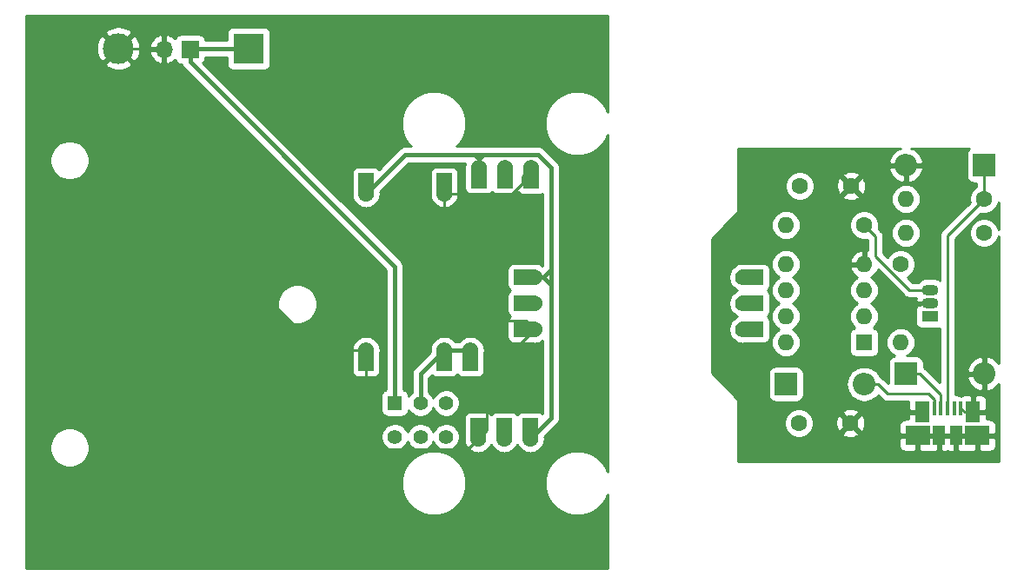
<source format=gbr>
%TF.GenerationSoftware,KiCad,Pcbnew,5.1.2*%
%TF.CreationDate,2019-07-26T15:54:52+10:00*%
%TF.ProjectId,bike_pov,62696b65-5f70-46f7-962e-6b696361645f,rev?*%
%TF.SameCoordinates,Original*%
%TF.FileFunction,Copper,L1,Top*%
%TF.FilePolarity,Positive*%
%FSLAX46Y46*%
G04 Gerber Fmt 4.6, Leading zero omitted, Abs format (unit mm)*
G04 Created by KiCad (PCBNEW 5.1.2) date 2019-07-26 15:54:52*
%MOMM*%
%LPD*%
G04 APERTURE LIST*
%ADD10C,1.524000*%
%ADD11C,0.100000*%
%ADD12C,3.000000*%
%ADD13R,3.000000X3.000000*%
%ADD14R,1.700000X1.700000*%
%ADD15O,1.700000X1.700000*%
%ADD16C,1.600000*%
%ADD17R,2.200000X2.200000*%
%ADD18O,2.200000X2.200000*%
%ADD19R,0.450000X1.380000*%
%ADD20R,1.475000X2.100000*%
%ADD21R,2.375000X1.900000*%
%ADD22R,1.175000X1.900000*%
%ADD23O,1.600000X1.600000*%
%ADD24R,1.400000X1.400000*%
%ADD25C,1.400000*%
%ADD26R,1.600000X1.600000*%
%ADD27O,1.600000X1.100000*%
%ADD28R,1.600000X1.100000*%
%ADD29C,0.400000*%
%ADD30C,0.250000*%
%ADD31C,0.254000*%
G04 APERTURE END LIST*
D10*
X137795000Y-101600000D03*
D11*
G36*
X137683191Y-102353753D02*
G01*
X137664324Y-102350000D01*
X135795000Y-102350000D01*
X135795000Y-100850000D01*
X137664324Y-100850000D01*
X137683191Y-100846247D01*
X137757610Y-100838918D01*
X137832390Y-100838918D01*
X137906809Y-100846247D01*
X137980151Y-100860836D01*
X138051710Y-100882543D01*
X138120797Y-100911160D01*
X138186746Y-100946411D01*
X138248923Y-100987956D01*
X138306728Y-101035395D01*
X138359605Y-101088272D01*
X138407044Y-101146077D01*
X138448589Y-101208254D01*
X138483840Y-101274203D01*
X138512457Y-101343290D01*
X138534164Y-101414849D01*
X138548753Y-101488191D01*
X138556082Y-101562610D01*
X138556082Y-101637390D01*
X138548753Y-101711809D01*
X138534164Y-101785151D01*
X138512457Y-101856710D01*
X138483840Y-101925797D01*
X138448589Y-101991746D01*
X138407044Y-102053923D01*
X138359605Y-102111728D01*
X138306728Y-102164605D01*
X138248923Y-102212044D01*
X138186746Y-102253589D01*
X138120797Y-102288840D01*
X138051710Y-102317457D01*
X137980151Y-102339164D01*
X137906809Y-102353753D01*
X137832390Y-102361082D01*
X137757610Y-102361082D01*
X137683191Y-102353753D01*
X137683191Y-102353753D01*
G37*
D10*
X137795000Y-99060000D03*
D11*
G36*
X137683191Y-99813753D02*
G01*
X137664324Y-99810000D01*
X135795000Y-99810000D01*
X135795000Y-98310000D01*
X137664324Y-98310000D01*
X137683191Y-98306247D01*
X137757610Y-98298918D01*
X137832390Y-98298918D01*
X137906809Y-98306247D01*
X137980151Y-98320836D01*
X138051710Y-98342543D01*
X138120797Y-98371160D01*
X138186746Y-98406411D01*
X138248923Y-98447956D01*
X138306728Y-98495395D01*
X138359605Y-98548272D01*
X138407044Y-98606077D01*
X138448589Y-98668254D01*
X138483840Y-98734203D01*
X138512457Y-98803290D01*
X138534164Y-98874849D01*
X138548753Y-98948191D01*
X138556082Y-99022610D01*
X138556082Y-99097390D01*
X138548753Y-99171809D01*
X138534164Y-99245151D01*
X138512457Y-99316710D01*
X138483840Y-99385797D01*
X138448589Y-99451746D01*
X138407044Y-99513923D01*
X138359605Y-99571728D01*
X138306728Y-99624605D01*
X138248923Y-99672044D01*
X138186746Y-99713589D01*
X138120797Y-99748840D01*
X138051710Y-99777457D01*
X137980151Y-99799164D01*
X137906809Y-99813753D01*
X137832390Y-99821082D01*
X137757610Y-99821082D01*
X137683191Y-99813753D01*
X137683191Y-99813753D01*
G37*
D10*
X137795000Y-96520000D03*
D11*
G36*
X137683191Y-97273753D02*
G01*
X137664324Y-97270000D01*
X135795000Y-97270000D01*
X135795000Y-95770000D01*
X137664324Y-95770000D01*
X137683191Y-95766247D01*
X137757610Y-95758918D01*
X137832390Y-95758918D01*
X137906809Y-95766247D01*
X137980151Y-95780836D01*
X138051710Y-95802543D01*
X138120797Y-95831160D01*
X138186746Y-95866411D01*
X138248923Y-95907956D01*
X138306728Y-95955395D01*
X138359605Y-96008272D01*
X138407044Y-96066077D01*
X138448589Y-96128254D01*
X138483840Y-96194203D01*
X138512457Y-96263290D01*
X138534164Y-96334849D01*
X138548753Y-96408191D01*
X138556082Y-96482610D01*
X138556082Y-96557390D01*
X138548753Y-96631809D01*
X138534164Y-96705151D01*
X138512457Y-96776710D01*
X138483840Y-96845797D01*
X138448589Y-96911746D01*
X138407044Y-96973923D01*
X138359605Y-97031728D01*
X138306728Y-97084605D01*
X138248923Y-97132044D01*
X138186746Y-97173589D01*
X138120797Y-97208840D01*
X138051710Y-97237457D01*
X137980151Y-97259164D01*
X137906809Y-97273753D01*
X137832390Y-97281082D01*
X137757610Y-97281082D01*
X137683191Y-97273753D01*
X137683191Y-97273753D01*
G37*
D10*
X131572000Y-103632000D03*
D11*
G36*
X130818247Y-103520191D02*
G01*
X130832836Y-103446849D01*
X130854543Y-103375290D01*
X130883160Y-103306203D01*
X130918411Y-103240254D01*
X130959956Y-103178077D01*
X131007395Y-103120272D01*
X131060272Y-103067395D01*
X131118077Y-103019956D01*
X131180254Y-102978411D01*
X131246203Y-102943160D01*
X131315290Y-102914543D01*
X131386849Y-102892836D01*
X131460191Y-102878247D01*
X131534610Y-102870918D01*
X131609390Y-102870918D01*
X131683809Y-102878247D01*
X131757151Y-102892836D01*
X131828710Y-102914543D01*
X131897797Y-102943160D01*
X131963746Y-102978411D01*
X132025923Y-103019956D01*
X132083728Y-103067395D01*
X132136605Y-103120272D01*
X132184044Y-103178077D01*
X132225589Y-103240254D01*
X132260840Y-103306203D01*
X132289457Y-103375290D01*
X132311164Y-103446849D01*
X132325753Y-103520191D01*
X132333082Y-103594610D01*
X132333082Y-103669390D01*
X132325753Y-103743809D01*
X132322000Y-103762676D01*
X132322000Y-105632000D01*
X130822000Y-105632000D01*
X130822000Y-103762676D01*
X130818247Y-103743809D01*
X130810918Y-103669390D01*
X130810918Y-103594610D01*
X130818247Y-103520191D01*
X130818247Y-103520191D01*
G37*
D10*
X129032000Y-103632000D03*
D11*
G36*
X128278247Y-103520191D02*
G01*
X128292836Y-103446849D01*
X128314543Y-103375290D01*
X128343160Y-103306203D01*
X128378411Y-103240254D01*
X128419956Y-103178077D01*
X128467395Y-103120272D01*
X128520272Y-103067395D01*
X128578077Y-103019956D01*
X128640254Y-102978411D01*
X128706203Y-102943160D01*
X128775290Y-102914543D01*
X128846849Y-102892836D01*
X128920191Y-102878247D01*
X128994610Y-102870918D01*
X129069390Y-102870918D01*
X129143809Y-102878247D01*
X129217151Y-102892836D01*
X129288710Y-102914543D01*
X129357797Y-102943160D01*
X129423746Y-102978411D01*
X129485923Y-103019956D01*
X129543728Y-103067395D01*
X129596605Y-103120272D01*
X129644044Y-103178077D01*
X129685589Y-103240254D01*
X129720840Y-103306203D01*
X129749457Y-103375290D01*
X129771164Y-103446849D01*
X129785753Y-103520191D01*
X129793082Y-103594610D01*
X129793082Y-103669390D01*
X129785753Y-103743809D01*
X129782000Y-103762676D01*
X129782000Y-105632000D01*
X128282000Y-105632000D01*
X128282000Y-103762676D01*
X128278247Y-103743809D01*
X128270918Y-103669390D01*
X128270918Y-103594610D01*
X128278247Y-103520191D01*
X128278247Y-103520191D01*
G37*
D10*
X121412000Y-103632000D03*
D11*
G36*
X120658247Y-103520191D02*
G01*
X120672836Y-103446849D01*
X120694543Y-103375290D01*
X120723160Y-103306203D01*
X120758411Y-103240254D01*
X120799956Y-103178077D01*
X120847395Y-103120272D01*
X120900272Y-103067395D01*
X120958077Y-103019956D01*
X121020254Y-102978411D01*
X121086203Y-102943160D01*
X121155290Y-102914543D01*
X121226849Y-102892836D01*
X121300191Y-102878247D01*
X121374610Y-102870918D01*
X121449390Y-102870918D01*
X121523809Y-102878247D01*
X121597151Y-102892836D01*
X121668710Y-102914543D01*
X121737797Y-102943160D01*
X121803746Y-102978411D01*
X121865923Y-103019956D01*
X121923728Y-103067395D01*
X121976605Y-103120272D01*
X122024044Y-103178077D01*
X122065589Y-103240254D01*
X122100840Y-103306203D01*
X122129457Y-103375290D01*
X122151164Y-103446849D01*
X122165753Y-103520191D01*
X122173082Y-103594610D01*
X122173082Y-103669390D01*
X122165753Y-103743809D01*
X122162000Y-103762676D01*
X122162000Y-105632000D01*
X120662000Y-105632000D01*
X120662000Y-103762676D01*
X120658247Y-103743809D01*
X120650918Y-103669390D01*
X120650918Y-103594610D01*
X120658247Y-103520191D01*
X120658247Y-103520191D01*
G37*
D10*
X129032000Y-88392000D03*
D11*
G36*
X129785753Y-88503809D02*
G01*
X129771164Y-88577151D01*
X129749457Y-88648710D01*
X129720840Y-88717797D01*
X129685589Y-88783746D01*
X129644044Y-88845923D01*
X129596605Y-88903728D01*
X129543728Y-88956605D01*
X129485923Y-89004044D01*
X129423746Y-89045589D01*
X129357797Y-89080840D01*
X129288710Y-89109457D01*
X129217151Y-89131164D01*
X129143809Y-89145753D01*
X129069390Y-89153082D01*
X128994610Y-89153082D01*
X128920191Y-89145753D01*
X128846849Y-89131164D01*
X128775290Y-89109457D01*
X128706203Y-89080840D01*
X128640254Y-89045589D01*
X128578077Y-89004044D01*
X128520272Y-88956605D01*
X128467395Y-88903728D01*
X128419956Y-88845923D01*
X128378411Y-88783746D01*
X128343160Y-88717797D01*
X128314543Y-88648710D01*
X128292836Y-88577151D01*
X128278247Y-88503809D01*
X128270918Y-88429390D01*
X128270918Y-88354610D01*
X128278247Y-88280191D01*
X128282000Y-88261324D01*
X128282000Y-86392000D01*
X129782000Y-86392000D01*
X129782000Y-88261324D01*
X129785753Y-88280191D01*
X129793082Y-88354610D01*
X129793082Y-88429390D01*
X129785753Y-88503809D01*
X129785753Y-88503809D01*
G37*
D10*
X121412000Y-88392000D03*
D11*
G36*
X122165753Y-88503809D02*
G01*
X122151164Y-88577151D01*
X122129457Y-88648710D01*
X122100840Y-88717797D01*
X122065589Y-88783746D01*
X122024044Y-88845923D01*
X121976605Y-88903728D01*
X121923728Y-88956605D01*
X121865923Y-89004044D01*
X121803746Y-89045589D01*
X121737797Y-89080840D01*
X121668710Y-89109457D01*
X121597151Y-89131164D01*
X121523809Y-89145753D01*
X121449390Y-89153082D01*
X121374610Y-89153082D01*
X121300191Y-89145753D01*
X121226849Y-89131164D01*
X121155290Y-89109457D01*
X121086203Y-89080840D01*
X121020254Y-89045589D01*
X120958077Y-89004044D01*
X120900272Y-88956605D01*
X120847395Y-88903728D01*
X120799956Y-88845923D01*
X120758411Y-88783746D01*
X120723160Y-88717797D01*
X120694543Y-88648710D01*
X120672836Y-88577151D01*
X120658247Y-88503809D01*
X120650918Y-88429390D01*
X120650918Y-88354610D01*
X120658247Y-88280191D01*
X120662000Y-88261324D01*
X120662000Y-86392000D01*
X122162000Y-86392000D01*
X122162000Y-88261324D01*
X122165753Y-88280191D01*
X122173082Y-88354610D01*
X122173082Y-88429390D01*
X122165753Y-88503809D01*
X122165753Y-88503809D01*
G37*
D12*
X97282000Y-74231500D03*
D13*
X109982000Y-74231500D03*
D14*
X104267000Y-74295000D03*
D15*
X101727000Y-74295000D03*
D16*
X168656000Y-87630000D03*
X163656000Y-87630000D03*
X168576000Y-110744000D03*
X163576000Y-110744000D03*
D17*
X181610000Y-85598000D03*
D18*
X173990000Y-85598000D03*
X181610000Y-105918000D03*
D17*
X173990000Y-105918000D03*
D10*
X158115000Y-101600000D03*
D11*
G36*
X158226809Y-100846247D02*
G01*
X158245676Y-100850000D01*
X160115000Y-100850000D01*
X160115000Y-102350000D01*
X158245676Y-102350000D01*
X158226809Y-102353753D01*
X158152390Y-102361082D01*
X158077610Y-102361082D01*
X158003191Y-102353753D01*
X157929849Y-102339164D01*
X157858290Y-102317457D01*
X157789203Y-102288840D01*
X157723254Y-102253589D01*
X157661077Y-102212044D01*
X157603272Y-102164605D01*
X157550395Y-102111728D01*
X157502956Y-102053923D01*
X157461411Y-101991746D01*
X157426160Y-101925797D01*
X157397543Y-101856710D01*
X157375836Y-101785151D01*
X157361247Y-101711809D01*
X157353918Y-101637390D01*
X157353918Y-101562610D01*
X157361247Y-101488191D01*
X157375836Y-101414849D01*
X157397543Y-101343290D01*
X157426160Y-101274203D01*
X157461411Y-101208254D01*
X157502956Y-101146077D01*
X157550395Y-101088272D01*
X157603272Y-101035395D01*
X157661077Y-100987956D01*
X157723254Y-100946411D01*
X157789203Y-100911160D01*
X157858290Y-100882543D01*
X157929849Y-100860836D01*
X158003191Y-100846247D01*
X158077610Y-100838918D01*
X158152390Y-100838918D01*
X158226809Y-100846247D01*
X158226809Y-100846247D01*
G37*
D10*
X158115000Y-99060000D03*
D11*
G36*
X158226809Y-98306247D02*
G01*
X158245676Y-98310000D01*
X160115000Y-98310000D01*
X160115000Y-99810000D01*
X158245676Y-99810000D01*
X158226809Y-99813753D01*
X158152390Y-99821082D01*
X158077610Y-99821082D01*
X158003191Y-99813753D01*
X157929849Y-99799164D01*
X157858290Y-99777457D01*
X157789203Y-99748840D01*
X157723254Y-99713589D01*
X157661077Y-99672044D01*
X157603272Y-99624605D01*
X157550395Y-99571728D01*
X157502956Y-99513923D01*
X157461411Y-99451746D01*
X157426160Y-99385797D01*
X157397543Y-99316710D01*
X157375836Y-99245151D01*
X157361247Y-99171809D01*
X157353918Y-99097390D01*
X157353918Y-99022610D01*
X157361247Y-98948191D01*
X157375836Y-98874849D01*
X157397543Y-98803290D01*
X157426160Y-98734203D01*
X157461411Y-98668254D01*
X157502956Y-98606077D01*
X157550395Y-98548272D01*
X157603272Y-98495395D01*
X157661077Y-98447956D01*
X157723254Y-98406411D01*
X157789203Y-98371160D01*
X157858290Y-98342543D01*
X157929849Y-98320836D01*
X158003191Y-98306247D01*
X158077610Y-98298918D01*
X158152390Y-98298918D01*
X158226809Y-98306247D01*
X158226809Y-98306247D01*
G37*
D10*
X158115000Y-96520000D03*
D11*
G36*
X158226809Y-95766247D02*
G01*
X158245676Y-95770000D01*
X160115000Y-95770000D01*
X160115000Y-97270000D01*
X158245676Y-97270000D01*
X158226809Y-97273753D01*
X158152390Y-97281082D01*
X158077610Y-97281082D01*
X158003191Y-97273753D01*
X157929849Y-97259164D01*
X157858290Y-97237457D01*
X157789203Y-97208840D01*
X157723254Y-97173589D01*
X157661077Y-97132044D01*
X157603272Y-97084605D01*
X157550395Y-97031728D01*
X157502956Y-96973923D01*
X157461411Y-96911746D01*
X157426160Y-96845797D01*
X157397543Y-96776710D01*
X157375836Y-96705151D01*
X157361247Y-96631809D01*
X157353918Y-96557390D01*
X157353918Y-96482610D01*
X157361247Y-96408191D01*
X157375836Y-96334849D01*
X157397543Y-96263290D01*
X157426160Y-96194203D01*
X157461411Y-96128254D01*
X157502956Y-96066077D01*
X157550395Y-96008272D01*
X157603272Y-95955395D01*
X157661077Y-95907956D01*
X157723254Y-95866411D01*
X157789203Y-95831160D01*
X157858290Y-95802543D01*
X157929849Y-95780836D01*
X158003191Y-95766247D01*
X158077610Y-95758918D01*
X158152390Y-95758918D01*
X158226809Y-95766247D01*
X158226809Y-95766247D01*
G37*
D19*
X176754000Y-109284000D03*
X177404000Y-109284000D03*
X178054000Y-109284000D03*
X178704000Y-109284000D03*
X179354000Y-109284000D03*
D20*
X175591500Y-109644000D03*
X180516500Y-109644000D03*
D21*
X175144000Y-111944000D03*
X180964000Y-111944000D03*
D22*
X177214000Y-111944000D03*
X178894000Y-111944000D03*
D16*
X181610000Y-88900000D03*
D23*
X173990000Y-88900000D03*
X173990000Y-92202000D03*
D16*
X181610000Y-92202000D03*
D23*
X173482000Y-102870000D03*
D16*
X173482000Y-95250000D03*
D23*
X162306000Y-91440000D03*
D16*
X169926000Y-91440000D03*
D24*
X124206000Y-108775500D03*
D25*
X126706000Y-108775500D03*
X129206000Y-108775500D03*
X124206000Y-112075500D03*
X126706000Y-112075500D03*
X129206000Y-112075500D03*
D26*
X169926000Y-102870000D03*
D23*
X162306000Y-95250000D03*
X169926000Y-100330000D03*
X162306000Y-97790000D03*
X169926000Y-97790000D03*
X162306000Y-100330000D03*
X169926000Y-95250000D03*
X162306000Y-102870000D03*
D27*
X176339500Y-97790000D03*
X176339500Y-99060000D03*
D28*
X176339500Y-100330000D03*
D10*
X132397500Y-85852000D03*
D11*
G36*
X133151253Y-85963809D02*
G01*
X133147500Y-85982676D01*
X133147500Y-87852000D01*
X131647500Y-87852000D01*
X131647500Y-85982676D01*
X131643747Y-85963809D01*
X131636418Y-85889390D01*
X131636418Y-85814610D01*
X131643747Y-85740191D01*
X131658336Y-85666849D01*
X131680043Y-85595290D01*
X131708660Y-85526203D01*
X131743911Y-85460254D01*
X131785456Y-85398077D01*
X131832895Y-85340272D01*
X131885772Y-85287395D01*
X131943577Y-85239956D01*
X132005754Y-85198411D01*
X132071703Y-85163160D01*
X132140790Y-85134543D01*
X132212349Y-85112836D01*
X132285691Y-85098247D01*
X132360110Y-85090918D01*
X132434890Y-85090918D01*
X132509309Y-85098247D01*
X132582651Y-85112836D01*
X132654210Y-85134543D01*
X132723297Y-85163160D01*
X132789246Y-85198411D01*
X132851423Y-85239956D01*
X132909228Y-85287395D01*
X132962105Y-85340272D01*
X133009544Y-85398077D01*
X133051089Y-85460254D01*
X133086340Y-85526203D01*
X133114957Y-85595290D01*
X133136664Y-85666849D01*
X133151253Y-85740191D01*
X133158582Y-85814610D01*
X133158582Y-85889390D01*
X133151253Y-85963809D01*
X133151253Y-85963809D01*
G37*
D10*
X134937500Y-85852000D03*
D11*
G36*
X135691253Y-85963809D02*
G01*
X135687500Y-85982676D01*
X135687500Y-87852000D01*
X134187500Y-87852000D01*
X134187500Y-85982676D01*
X134183747Y-85963809D01*
X134176418Y-85889390D01*
X134176418Y-85814610D01*
X134183747Y-85740191D01*
X134198336Y-85666849D01*
X134220043Y-85595290D01*
X134248660Y-85526203D01*
X134283911Y-85460254D01*
X134325456Y-85398077D01*
X134372895Y-85340272D01*
X134425772Y-85287395D01*
X134483577Y-85239956D01*
X134545754Y-85198411D01*
X134611703Y-85163160D01*
X134680790Y-85134543D01*
X134752349Y-85112836D01*
X134825691Y-85098247D01*
X134900110Y-85090918D01*
X134974890Y-85090918D01*
X135049309Y-85098247D01*
X135122651Y-85112836D01*
X135194210Y-85134543D01*
X135263297Y-85163160D01*
X135329246Y-85198411D01*
X135391423Y-85239956D01*
X135449228Y-85287395D01*
X135502105Y-85340272D01*
X135549544Y-85398077D01*
X135591089Y-85460254D01*
X135626340Y-85526203D01*
X135654957Y-85595290D01*
X135676664Y-85666849D01*
X135691253Y-85740191D01*
X135698582Y-85814610D01*
X135698582Y-85889390D01*
X135691253Y-85963809D01*
X135691253Y-85963809D01*
G37*
D10*
X137477500Y-85852000D03*
D11*
G36*
X138231253Y-85963809D02*
G01*
X138227500Y-85982676D01*
X138227500Y-87852000D01*
X136727500Y-87852000D01*
X136727500Y-85982676D01*
X136723747Y-85963809D01*
X136716418Y-85889390D01*
X136716418Y-85814610D01*
X136723747Y-85740191D01*
X136738336Y-85666849D01*
X136760043Y-85595290D01*
X136788660Y-85526203D01*
X136823911Y-85460254D01*
X136865456Y-85398077D01*
X136912895Y-85340272D01*
X136965772Y-85287395D01*
X137023577Y-85239956D01*
X137085754Y-85198411D01*
X137151703Y-85163160D01*
X137220790Y-85134543D01*
X137292349Y-85112836D01*
X137365691Y-85098247D01*
X137440110Y-85090918D01*
X137514890Y-85090918D01*
X137589309Y-85098247D01*
X137662651Y-85112836D01*
X137734210Y-85134543D01*
X137803297Y-85163160D01*
X137869246Y-85198411D01*
X137931423Y-85239956D01*
X137989228Y-85287395D01*
X138042105Y-85340272D01*
X138089544Y-85398077D01*
X138131089Y-85460254D01*
X138166340Y-85526203D01*
X138194957Y-85595290D01*
X138216664Y-85666849D01*
X138231253Y-85740191D01*
X138238582Y-85814610D01*
X138238582Y-85889390D01*
X138231253Y-85963809D01*
X138231253Y-85963809D01*
G37*
D10*
X132334000Y-112268000D03*
D11*
G36*
X131580247Y-112156191D02*
G01*
X131584000Y-112137324D01*
X131584000Y-110268000D01*
X133084000Y-110268000D01*
X133084000Y-112137324D01*
X133087753Y-112156191D01*
X133095082Y-112230610D01*
X133095082Y-112305390D01*
X133087753Y-112379809D01*
X133073164Y-112453151D01*
X133051457Y-112524710D01*
X133022840Y-112593797D01*
X132987589Y-112659746D01*
X132946044Y-112721923D01*
X132898605Y-112779728D01*
X132845728Y-112832605D01*
X132787923Y-112880044D01*
X132725746Y-112921589D01*
X132659797Y-112956840D01*
X132590710Y-112985457D01*
X132519151Y-113007164D01*
X132445809Y-113021753D01*
X132371390Y-113029082D01*
X132296610Y-113029082D01*
X132222191Y-113021753D01*
X132148849Y-113007164D01*
X132077290Y-112985457D01*
X132008203Y-112956840D01*
X131942254Y-112921589D01*
X131880077Y-112880044D01*
X131822272Y-112832605D01*
X131769395Y-112779728D01*
X131721956Y-112721923D01*
X131680411Y-112659746D01*
X131645160Y-112593797D01*
X131616543Y-112524710D01*
X131594836Y-112453151D01*
X131580247Y-112379809D01*
X131572918Y-112305390D01*
X131572918Y-112230610D01*
X131580247Y-112156191D01*
X131580247Y-112156191D01*
G37*
D10*
X134874000Y-112268000D03*
D11*
G36*
X134120247Y-112156191D02*
G01*
X134124000Y-112137324D01*
X134124000Y-110268000D01*
X135624000Y-110268000D01*
X135624000Y-112137324D01*
X135627753Y-112156191D01*
X135635082Y-112230610D01*
X135635082Y-112305390D01*
X135627753Y-112379809D01*
X135613164Y-112453151D01*
X135591457Y-112524710D01*
X135562840Y-112593797D01*
X135527589Y-112659746D01*
X135486044Y-112721923D01*
X135438605Y-112779728D01*
X135385728Y-112832605D01*
X135327923Y-112880044D01*
X135265746Y-112921589D01*
X135199797Y-112956840D01*
X135130710Y-112985457D01*
X135059151Y-113007164D01*
X134985809Y-113021753D01*
X134911390Y-113029082D01*
X134836610Y-113029082D01*
X134762191Y-113021753D01*
X134688849Y-113007164D01*
X134617290Y-112985457D01*
X134548203Y-112956840D01*
X134482254Y-112921589D01*
X134420077Y-112880044D01*
X134362272Y-112832605D01*
X134309395Y-112779728D01*
X134261956Y-112721923D01*
X134220411Y-112659746D01*
X134185160Y-112593797D01*
X134156543Y-112524710D01*
X134134836Y-112453151D01*
X134120247Y-112379809D01*
X134112918Y-112305390D01*
X134112918Y-112230610D01*
X134120247Y-112156191D01*
X134120247Y-112156191D01*
G37*
D10*
X137414000Y-112268000D03*
D11*
G36*
X136660247Y-112156191D02*
G01*
X136664000Y-112137324D01*
X136664000Y-110268000D01*
X138164000Y-110268000D01*
X138164000Y-112137324D01*
X138167753Y-112156191D01*
X138175082Y-112230610D01*
X138175082Y-112305390D01*
X138167753Y-112379809D01*
X138153164Y-112453151D01*
X138131457Y-112524710D01*
X138102840Y-112593797D01*
X138067589Y-112659746D01*
X138026044Y-112721923D01*
X137978605Y-112779728D01*
X137925728Y-112832605D01*
X137867923Y-112880044D01*
X137805746Y-112921589D01*
X137739797Y-112956840D01*
X137670710Y-112985457D01*
X137599151Y-113007164D01*
X137525809Y-113021753D01*
X137451390Y-113029082D01*
X137376610Y-113029082D01*
X137302191Y-113021753D01*
X137228849Y-113007164D01*
X137157290Y-112985457D01*
X137088203Y-112956840D01*
X137022254Y-112921589D01*
X136960077Y-112880044D01*
X136902272Y-112832605D01*
X136849395Y-112779728D01*
X136801956Y-112721923D01*
X136760411Y-112659746D01*
X136725160Y-112593797D01*
X136696543Y-112524710D01*
X136674836Y-112453151D01*
X136660247Y-112379809D01*
X136652918Y-112305390D01*
X136652918Y-112230610D01*
X136660247Y-112156191D01*
X136660247Y-112156191D01*
G37*
D17*
X162306000Y-106934000D03*
D18*
X169926000Y-106934000D03*
D29*
X104330500Y-74231500D02*
X104267000Y-74295000D01*
X109982000Y-74231500D02*
X104330500Y-74231500D01*
X124206000Y-107675500D02*
X124206000Y-108775500D01*
X124206000Y-95484000D02*
X124206000Y-107675500D01*
X104267000Y-75545000D02*
X124206000Y-95484000D01*
X104267000Y-74295000D02*
X104267000Y-75545000D01*
D30*
X179714000Y-109644000D02*
X179354000Y-109284000D01*
X180516500Y-109644000D02*
X179714000Y-109644000D01*
X178054000Y-92456000D02*
X178054000Y-109284000D01*
X181610000Y-88900000D02*
X178054000Y-92456000D01*
X181610000Y-87768630D02*
X181610000Y-85598000D01*
X181610000Y-88900000D02*
X181610000Y-87768630D01*
X175340000Y-105918000D02*
X173990000Y-105918000D01*
X177404000Y-107982000D02*
X175340000Y-105918000D01*
X177404000Y-109284000D02*
X177404000Y-107982000D01*
X101663500Y-74231500D02*
X101727000Y-74295000D01*
X97282000Y-74231500D02*
X101663500Y-74231500D01*
X116827498Y-103632000D02*
X120553669Y-103632000D01*
X120553669Y-103632000D02*
X121412000Y-103632000D01*
X101727000Y-88531502D02*
X116827498Y-103632000D01*
X101727000Y-74295000D02*
X101727000Y-88531502D01*
X131727069Y-112874931D02*
X132334000Y-112268000D01*
X122428000Y-113284000D02*
X131318000Y-113284000D01*
X131318000Y-113284000D02*
X131727069Y-112874931D01*
X121412000Y-103632000D02*
X121412000Y-112268000D01*
X121412000Y-112268000D02*
X122428000Y-113284000D01*
X136974290Y-102420710D02*
X137795000Y-101600000D01*
X133154710Y-106240290D02*
X136974290Y-102420710D01*
X133154710Y-111447290D02*
X133154710Y-106240290D01*
X132334000Y-112268000D02*
X133154710Y-111447290D01*
X136656790Y-86672710D02*
X137477500Y-85852000D01*
X136656790Y-87342345D02*
X136656790Y-86672710D01*
X135607135Y-88392000D02*
X136656790Y-87342345D01*
X129032000Y-88392000D02*
X135607135Y-88392000D01*
X136974290Y-100779290D02*
X133545290Y-100779290D01*
X137795000Y-101600000D02*
X136974290Y-100779290D01*
X129032000Y-96266000D02*
X129032000Y-88392000D01*
X133545290Y-100779290D02*
X129032000Y-96266000D01*
D29*
X137477500Y-85852000D02*
X137477500Y-85407500D01*
D30*
X137160000Y-96520000D02*
X137795000Y-96520000D01*
D29*
X138176000Y-84582000D02*
X139446000Y-85852000D01*
X121412000Y-88392000D02*
X125222000Y-84582000D01*
X139446000Y-110236000D02*
X137414000Y-112268000D01*
X139446000Y-95727331D02*
X139446000Y-94996000D01*
X138653331Y-96520000D02*
X139446000Y-95727331D01*
X137795000Y-96520000D02*
X138653331Y-96520000D01*
X139446000Y-85852000D02*
X139446000Y-94996000D01*
X138684000Y-96520000D02*
X139446000Y-97282000D01*
X137795000Y-96520000D02*
X138684000Y-96520000D01*
X139446000Y-94996000D02*
X139446000Y-97282000D01*
X139446000Y-97282000D02*
X139446000Y-110236000D01*
X131985831Y-84582000D02*
X131826000Y-84582000D01*
X132397500Y-84993669D02*
X131985831Y-84582000D01*
X125222000Y-84582000D02*
X131826000Y-84582000D01*
X132809169Y-84582000D02*
X132842000Y-84582000D01*
X132397500Y-85852000D02*
X132397500Y-84993669D01*
X131826000Y-84582000D02*
X132842000Y-84582000D01*
X132397500Y-84993669D02*
X132809169Y-84582000D01*
X132842000Y-84582000D02*
X138176000Y-84582000D01*
D30*
X174356998Y-97790000D02*
X175289500Y-97790000D01*
X175289500Y-97790000D02*
X176339500Y-97790000D01*
X171051001Y-94484003D02*
X174356998Y-97790000D01*
X171051001Y-92565001D02*
X171051001Y-94484003D01*
X169926000Y-91440000D02*
X171051001Y-92565001D01*
D29*
X126706000Y-105958000D02*
X129032000Y-103632000D01*
X126706000Y-108775500D02*
X126706000Y-105958000D01*
X131572000Y-103632000D02*
X129032000Y-103632000D01*
D30*
X176754000Y-108433998D02*
X176206502Y-107886500D01*
X176754000Y-109284000D02*
X176754000Y-108433998D01*
X171276000Y-106934000D02*
X169926000Y-106934000D01*
X172228500Y-107886500D02*
X171276000Y-106934000D01*
X176206502Y-107886500D02*
X172228500Y-107886500D01*
D31*
G36*
X173271946Y-84018558D02*
G01*
X172977609Y-84188992D01*
X172722178Y-84413573D01*
X172515469Y-84683671D01*
X172365425Y-84988906D01*
X172300825Y-85201878D01*
X172418875Y-85471000D01*
X173863000Y-85471000D01*
X173863000Y-85451000D01*
X174117000Y-85451000D01*
X174117000Y-85471000D01*
X175561125Y-85471000D01*
X175679175Y-85201878D01*
X175614575Y-84988906D01*
X175464531Y-84683671D01*
X175257822Y-84413573D01*
X175002391Y-84188992D01*
X174708054Y-84018558D01*
X174498127Y-83947000D01*
X180193789Y-83947000D01*
X180155506Y-83967463D01*
X180058815Y-84046815D01*
X179979463Y-84143506D01*
X179920498Y-84253820D01*
X179884188Y-84373518D01*
X179871928Y-84498000D01*
X179871928Y-86698000D01*
X179884188Y-86822482D01*
X179920498Y-86942180D01*
X179979463Y-87052494D01*
X180058815Y-87149185D01*
X180155506Y-87228537D01*
X180265820Y-87287502D01*
X180385518Y-87323812D01*
X180510000Y-87336072D01*
X180850000Y-87336072D01*
X180850000Y-87681957D01*
X180695241Y-87785363D01*
X180495363Y-87985241D01*
X180338320Y-88220273D01*
X180230147Y-88481426D01*
X180175000Y-88758665D01*
X180175000Y-89041335D01*
X180211312Y-89223885D01*
X177543003Y-91892196D01*
X177513999Y-91915999D01*
X177458871Y-91983174D01*
X177419026Y-92031724D01*
X177403557Y-92060665D01*
X177348454Y-92163754D01*
X177304997Y-92307015D01*
X177294000Y-92418668D01*
X177294000Y-92418678D01*
X177290324Y-92456000D01*
X177294000Y-92493322D01*
X177294000Y-96835202D01*
X177251036Y-96799942D01*
X177045174Y-96689906D01*
X176821800Y-96622147D01*
X176647707Y-96605000D01*
X176031293Y-96605000D01*
X175857200Y-96622147D01*
X175633826Y-96689906D01*
X175427964Y-96799942D01*
X175247525Y-96948025D01*
X175180250Y-97030000D01*
X174671800Y-97030000D01*
X174162778Y-96520978D01*
X174396759Y-96364637D01*
X174596637Y-96164759D01*
X174753680Y-95929727D01*
X174861853Y-95668574D01*
X174917000Y-95391335D01*
X174917000Y-95108665D01*
X174861853Y-94831426D01*
X174753680Y-94570273D01*
X174596637Y-94335241D01*
X174396759Y-94135363D01*
X174161727Y-93978320D01*
X173900574Y-93870147D01*
X173623335Y-93815000D01*
X173340665Y-93815000D01*
X173063426Y-93870147D01*
X172802273Y-93978320D01*
X172567241Y-94135363D01*
X172367363Y-94335241D01*
X172211022Y-94569223D01*
X171811001Y-94169202D01*
X171811001Y-92602326D01*
X171814677Y-92565001D01*
X171811001Y-92527676D01*
X171811001Y-92527668D01*
X171800004Y-92416015D01*
X171756547Y-92272754D01*
X171718728Y-92202000D01*
X172548057Y-92202000D01*
X172575764Y-92483309D01*
X172657818Y-92753808D01*
X172791068Y-93003101D01*
X172970392Y-93221608D01*
X173188899Y-93400932D01*
X173438192Y-93534182D01*
X173708691Y-93616236D01*
X173919508Y-93637000D01*
X174060492Y-93637000D01*
X174271309Y-93616236D01*
X174541808Y-93534182D01*
X174791101Y-93400932D01*
X175009608Y-93221608D01*
X175188932Y-93003101D01*
X175322182Y-92753808D01*
X175404236Y-92483309D01*
X175431943Y-92202000D01*
X175404236Y-91920691D01*
X175322182Y-91650192D01*
X175188932Y-91400899D01*
X175009608Y-91182392D01*
X174791101Y-91003068D01*
X174541808Y-90869818D01*
X174271309Y-90787764D01*
X174060492Y-90767000D01*
X173919508Y-90767000D01*
X173708691Y-90787764D01*
X173438192Y-90869818D01*
X173188899Y-91003068D01*
X172970392Y-91182392D01*
X172791068Y-91400899D01*
X172657818Y-91650192D01*
X172575764Y-91920691D01*
X172548057Y-92202000D01*
X171718728Y-92202000D01*
X171685975Y-92140725D01*
X171591002Y-92025000D01*
X171562005Y-92001203D01*
X171324688Y-91763886D01*
X171361000Y-91581335D01*
X171361000Y-91298665D01*
X171305853Y-91021426D01*
X171197680Y-90760273D01*
X171040637Y-90525241D01*
X170840759Y-90325363D01*
X170605727Y-90168320D01*
X170344574Y-90060147D01*
X170067335Y-90005000D01*
X169784665Y-90005000D01*
X169507426Y-90060147D01*
X169246273Y-90168320D01*
X169011241Y-90325363D01*
X168811363Y-90525241D01*
X168654320Y-90760273D01*
X168546147Y-91021426D01*
X168491000Y-91298665D01*
X168491000Y-91581335D01*
X168546147Y-91858574D01*
X168654320Y-92119727D01*
X168811363Y-92354759D01*
X169011241Y-92554637D01*
X169246273Y-92711680D01*
X169507426Y-92819853D01*
X169784665Y-92875000D01*
X170067335Y-92875000D01*
X170249886Y-92838688D01*
X170291001Y-92879803D01*
X170291002Y-93863807D01*
X170275040Y-93858091D01*
X170053000Y-93979376D01*
X170053000Y-95123000D01*
X170073000Y-95123000D01*
X170073000Y-95377000D01*
X170053000Y-95377000D01*
X170053000Y-95397000D01*
X169799000Y-95397000D01*
X169799000Y-95377000D01*
X168656085Y-95377000D01*
X168534096Y-95599039D01*
X168574754Y-95733087D01*
X168694963Y-95987420D01*
X168862481Y-96213414D01*
X169070869Y-96402385D01*
X169262682Y-96517421D01*
X169124899Y-96591068D01*
X168906392Y-96770392D01*
X168727068Y-96988899D01*
X168593818Y-97238192D01*
X168511764Y-97508691D01*
X168484057Y-97790000D01*
X168511764Y-98071309D01*
X168593818Y-98341808D01*
X168727068Y-98591101D01*
X168906392Y-98809608D01*
X169124899Y-98988932D01*
X169257858Y-99060000D01*
X169124899Y-99131068D01*
X168906392Y-99310392D01*
X168727068Y-99528899D01*
X168593818Y-99778192D01*
X168511764Y-100048691D01*
X168484057Y-100330000D01*
X168511764Y-100611309D01*
X168593818Y-100881808D01*
X168727068Y-101131101D01*
X168906392Y-101349608D01*
X169019482Y-101442419D01*
X169001518Y-101444188D01*
X168881820Y-101480498D01*
X168771506Y-101539463D01*
X168674815Y-101618815D01*
X168595463Y-101715506D01*
X168536498Y-101825820D01*
X168500188Y-101945518D01*
X168487928Y-102070000D01*
X168487928Y-103670000D01*
X168500188Y-103794482D01*
X168536498Y-103914180D01*
X168595463Y-104024494D01*
X168674815Y-104121185D01*
X168771506Y-104200537D01*
X168881820Y-104259502D01*
X169001518Y-104295812D01*
X169126000Y-104308072D01*
X170726000Y-104308072D01*
X170850482Y-104295812D01*
X170970180Y-104259502D01*
X171080494Y-104200537D01*
X171177185Y-104121185D01*
X171256537Y-104024494D01*
X171315502Y-103914180D01*
X171351812Y-103794482D01*
X171364072Y-103670000D01*
X171364072Y-102070000D01*
X171351812Y-101945518D01*
X171315502Y-101825820D01*
X171256537Y-101715506D01*
X171177185Y-101618815D01*
X171080494Y-101539463D01*
X170970180Y-101480498D01*
X170850482Y-101444188D01*
X170832518Y-101442419D01*
X170945608Y-101349608D01*
X171124932Y-101131101D01*
X171258182Y-100881808D01*
X171340236Y-100611309D01*
X171367943Y-100330000D01*
X171340236Y-100048691D01*
X171258182Y-99778192D01*
X171124932Y-99528899D01*
X170945608Y-99310392D01*
X170727101Y-99131068D01*
X170594142Y-99060000D01*
X170727101Y-98988932D01*
X170945608Y-98809608D01*
X171124932Y-98591101D01*
X171258182Y-98341808D01*
X171340236Y-98071309D01*
X171367943Y-97790000D01*
X171340236Y-97508691D01*
X171258182Y-97238192D01*
X171124932Y-96988899D01*
X170945608Y-96770392D01*
X170727101Y-96591068D01*
X170589318Y-96517421D01*
X170781131Y-96402385D01*
X170989519Y-96213414D01*
X171157037Y-95987420D01*
X171260569Y-95768372D01*
X173793199Y-98301003D01*
X173816997Y-98330001D01*
X173932722Y-98424974D01*
X174064751Y-98495546D01*
X174208012Y-98539003D01*
X174319665Y-98550000D01*
X174319673Y-98550000D01*
X174356998Y-98553676D01*
X174394323Y-98550000D01*
X175011949Y-98550000D01*
X174959570Y-98662232D01*
X174945697Y-98750256D01*
X175071139Y-98933000D01*
X175775270Y-98933000D01*
X175857200Y-98957853D01*
X176031293Y-98975000D01*
X176486500Y-98975000D01*
X176486500Y-99141928D01*
X175539500Y-99141928D01*
X175415018Y-99154188D01*
X175306851Y-99187000D01*
X175071139Y-99187000D01*
X174945697Y-99369744D01*
X174959570Y-99457768D01*
X174974555Y-99489877D01*
X174949998Y-99535820D01*
X174913688Y-99655518D01*
X174901428Y-99780000D01*
X174901428Y-100880000D01*
X174913688Y-101004482D01*
X174949998Y-101124180D01*
X175008963Y-101234494D01*
X175088315Y-101331185D01*
X175185006Y-101410537D01*
X175295320Y-101469502D01*
X175415018Y-101505812D01*
X175539500Y-101518072D01*
X177139500Y-101518072D01*
X177263982Y-101505812D01*
X177294001Y-101496706D01*
X177294001Y-106797199D01*
X175903804Y-105407003D01*
X175880001Y-105377999D01*
X175764276Y-105283026D01*
X175728072Y-105263674D01*
X175728072Y-104818000D01*
X175715812Y-104693518D01*
X175679502Y-104573820D01*
X175620537Y-104463506D01*
X175541185Y-104366815D01*
X175444494Y-104287463D01*
X175334180Y-104228498D01*
X175214482Y-104192188D01*
X175090000Y-104179928D01*
X174075442Y-104179928D01*
X174283101Y-104068932D01*
X174501608Y-103889608D01*
X174680932Y-103671101D01*
X174814182Y-103421808D01*
X174896236Y-103151309D01*
X174923943Y-102870000D01*
X174896236Y-102588691D01*
X174814182Y-102318192D01*
X174680932Y-102068899D01*
X174501608Y-101850392D01*
X174283101Y-101671068D01*
X174033808Y-101537818D01*
X173763309Y-101455764D01*
X173552492Y-101435000D01*
X173411508Y-101435000D01*
X173200691Y-101455764D01*
X172930192Y-101537818D01*
X172680899Y-101671068D01*
X172462392Y-101850392D01*
X172283068Y-102068899D01*
X172149818Y-102318192D01*
X172067764Y-102588691D01*
X172040057Y-102870000D01*
X172067764Y-103151309D01*
X172149818Y-103421808D01*
X172283068Y-103671101D01*
X172462392Y-103889608D01*
X172680899Y-104068932D01*
X172888782Y-104180048D01*
X172765518Y-104192188D01*
X172645820Y-104228498D01*
X172535506Y-104287463D01*
X172438815Y-104366815D01*
X172359463Y-104463506D01*
X172300498Y-104573820D01*
X172264188Y-104693518D01*
X172251928Y-104818000D01*
X172251928Y-106835126D01*
X171839803Y-106423002D01*
X171816001Y-106393999D01*
X171700276Y-106299026D01*
X171568247Y-106228454D01*
X171506095Y-106209601D01*
X171375579Y-105965422D01*
X171158766Y-105701234D01*
X170894578Y-105484421D01*
X170593168Y-105323314D01*
X170266119Y-105224105D01*
X170011225Y-105199000D01*
X169840775Y-105199000D01*
X169585881Y-105224105D01*
X169258832Y-105323314D01*
X168957422Y-105484421D01*
X168693234Y-105701234D01*
X168476421Y-105965422D01*
X168315314Y-106266832D01*
X168216105Y-106593881D01*
X168182606Y-106934000D01*
X168216105Y-107274119D01*
X168315314Y-107601168D01*
X168476421Y-107902578D01*
X168693234Y-108166766D01*
X168957422Y-108383579D01*
X169258832Y-108544686D01*
X169585881Y-108643895D01*
X169840775Y-108669000D01*
X170011225Y-108669000D01*
X170266119Y-108643895D01*
X170593168Y-108544686D01*
X170894578Y-108383579D01*
X171158766Y-108166766D01*
X171282812Y-108015615D01*
X171664705Y-108397508D01*
X171688499Y-108426501D01*
X171717492Y-108450295D01*
X171717496Y-108450299D01*
X171788185Y-108508311D01*
X171804224Y-108521474D01*
X171936253Y-108592046D01*
X172079514Y-108635503D01*
X172191167Y-108646500D01*
X172191176Y-108646500D01*
X172228499Y-108650176D01*
X172265822Y-108646500D01*
X174216139Y-108646500D01*
X174219000Y-109358250D01*
X174377750Y-109517000D01*
X175464500Y-109517000D01*
X175464500Y-109497000D01*
X175718500Y-109497000D01*
X175718500Y-109517000D01*
X175738500Y-109517000D01*
X175738500Y-109771000D01*
X175718500Y-109771000D01*
X175718500Y-109791000D01*
X175464500Y-109791000D01*
X175464500Y-109771000D01*
X174377750Y-109771000D01*
X174219000Y-109929750D01*
X174217283Y-110356816D01*
X173956500Y-110355928D01*
X173832018Y-110368188D01*
X173712320Y-110404498D01*
X173602006Y-110463463D01*
X173505315Y-110542815D01*
X173425963Y-110639506D01*
X173366998Y-110749820D01*
X173330688Y-110869518D01*
X173318428Y-110994000D01*
X173321500Y-111658250D01*
X173480250Y-111817000D01*
X175017000Y-111817000D01*
X175017000Y-111797000D01*
X175271000Y-111797000D01*
X175271000Y-111817000D01*
X177087000Y-111817000D01*
X177087000Y-111797000D01*
X177341000Y-111797000D01*
X177341000Y-111817000D01*
X178767000Y-111817000D01*
X178767000Y-111797000D01*
X179021000Y-111797000D01*
X179021000Y-111817000D01*
X180837000Y-111817000D01*
X180837000Y-111797000D01*
X181091000Y-111797000D01*
X181091000Y-111817000D01*
X182627750Y-111817000D01*
X182786500Y-111658250D01*
X182789572Y-110994000D01*
X182777312Y-110869518D01*
X182741002Y-110749820D01*
X182682037Y-110639506D01*
X182602685Y-110542815D01*
X182505994Y-110463463D01*
X182395680Y-110404498D01*
X182275982Y-110368188D01*
X182151500Y-110355928D01*
X181890717Y-110356816D01*
X181889000Y-109929750D01*
X181730250Y-109771000D01*
X180643500Y-109771000D01*
X180643500Y-109791000D01*
X180389500Y-109791000D01*
X180389500Y-109771000D01*
X180369500Y-109771000D01*
X180369500Y-109517000D01*
X180389500Y-109517000D01*
X180389500Y-108117750D01*
X180643500Y-108117750D01*
X180643500Y-109517000D01*
X181730250Y-109517000D01*
X181889000Y-109358250D01*
X181892072Y-108594000D01*
X181879812Y-108469518D01*
X181843502Y-108349820D01*
X181784537Y-108239506D01*
X181705185Y-108142815D01*
X181608494Y-108063463D01*
X181498180Y-108004498D01*
X181378482Y-107968188D01*
X181254000Y-107955928D01*
X180802250Y-107959000D01*
X180643500Y-108117750D01*
X180389500Y-108117750D01*
X180230750Y-107959000D01*
X179779000Y-107955928D01*
X179675666Y-107966105D01*
X179610750Y-107959000D01*
X179578503Y-107991247D01*
X179534820Y-108004498D01*
X179424506Y-108063463D01*
X179354000Y-108121326D01*
X179283494Y-108063463D01*
X179173180Y-108004498D01*
X179129497Y-107991247D01*
X179097250Y-107959000D01*
X179032334Y-107966105D01*
X178929000Y-107955928D01*
X178814000Y-107955928D01*
X178814000Y-106314122D01*
X179920825Y-106314122D01*
X179985425Y-106527094D01*
X180135469Y-106832329D01*
X180342178Y-107102427D01*
X180597609Y-107327008D01*
X180891946Y-107497442D01*
X181213877Y-107607179D01*
X181483000Y-107489600D01*
X181483000Y-106045000D01*
X180038875Y-106045000D01*
X179920825Y-106314122D01*
X178814000Y-106314122D01*
X178814000Y-105521878D01*
X179920825Y-105521878D01*
X180038875Y-105791000D01*
X181483000Y-105791000D01*
X181483000Y-104346400D01*
X181213877Y-104228821D01*
X180891946Y-104338558D01*
X180597609Y-104508992D01*
X180342178Y-104733573D01*
X180135469Y-105003671D01*
X179985425Y-105308906D01*
X179920825Y-105521878D01*
X178814000Y-105521878D01*
X178814000Y-92770801D01*
X181286115Y-90298688D01*
X181468665Y-90335000D01*
X181751335Y-90335000D01*
X182028574Y-90279853D01*
X182289727Y-90171680D01*
X182524759Y-90014637D01*
X182724637Y-89814759D01*
X182881680Y-89579727D01*
X182989853Y-89318574D01*
X183007000Y-89232371D01*
X183007000Y-91869629D01*
X182989853Y-91783426D01*
X182881680Y-91522273D01*
X182724637Y-91287241D01*
X182524759Y-91087363D01*
X182289727Y-90930320D01*
X182028574Y-90822147D01*
X181751335Y-90767000D01*
X181468665Y-90767000D01*
X181191426Y-90822147D01*
X180930273Y-90930320D01*
X180695241Y-91087363D01*
X180495363Y-91287241D01*
X180338320Y-91522273D01*
X180230147Y-91783426D01*
X180175000Y-92060665D01*
X180175000Y-92343335D01*
X180230147Y-92620574D01*
X180338320Y-92881727D01*
X180495363Y-93116759D01*
X180695241Y-93316637D01*
X180930273Y-93473680D01*
X181191426Y-93581853D01*
X181468665Y-93637000D01*
X181751335Y-93637000D01*
X182028574Y-93581853D01*
X182289727Y-93473680D01*
X182524759Y-93316637D01*
X182724637Y-93116759D01*
X182881680Y-92881727D01*
X182989853Y-92620574D01*
X183007000Y-92534371D01*
X183007000Y-104902364D01*
X182877822Y-104733573D01*
X182622391Y-104508992D01*
X182328054Y-104338558D01*
X182006123Y-104228821D01*
X181737000Y-104346400D01*
X181737000Y-105791000D01*
X181757000Y-105791000D01*
X181757000Y-106045000D01*
X181737000Y-106045000D01*
X181737000Y-107489600D01*
X182006123Y-107607179D01*
X182328054Y-107497442D01*
X182622391Y-107327008D01*
X182877822Y-107102427D01*
X183007000Y-106933636D01*
X183007000Y-114427000D01*
X157607000Y-114427000D01*
X157607000Y-112894000D01*
X173318428Y-112894000D01*
X173330688Y-113018482D01*
X173366998Y-113138180D01*
X173425963Y-113248494D01*
X173505315Y-113345185D01*
X173602006Y-113424537D01*
X173712320Y-113483502D01*
X173832018Y-113519812D01*
X173956500Y-113532072D01*
X174858250Y-113529000D01*
X175017000Y-113370250D01*
X175017000Y-112071000D01*
X175271000Y-112071000D01*
X175271000Y-113370250D01*
X175429750Y-113529000D01*
X176331500Y-113532072D01*
X176455982Y-113519812D01*
X176479000Y-113512830D01*
X176502018Y-113519812D01*
X176626500Y-113532072D01*
X176928250Y-113529000D01*
X177087000Y-113370250D01*
X177087000Y-112071000D01*
X177341000Y-112071000D01*
X177341000Y-113370250D01*
X177499750Y-113529000D01*
X177801500Y-113532072D01*
X177925982Y-113519812D01*
X178045680Y-113483502D01*
X178054000Y-113479055D01*
X178062320Y-113483502D01*
X178182018Y-113519812D01*
X178306500Y-113532072D01*
X178608250Y-113529000D01*
X178767000Y-113370250D01*
X178767000Y-112071000D01*
X179021000Y-112071000D01*
X179021000Y-113370250D01*
X179179750Y-113529000D01*
X179481500Y-113532072D01*
X179605982Y-113519812D01*
X179629000Y-113512830D01*
X179652018Y-113519812D01*
X179776500Y-113532072D01*
X180678250Y-113529000D01*
X180837000Y-113370250D01*
X180837000Y-112071000D01*
X181091000Y-112071000D01*
X181091000Y-113370250D01*
X181249750Y-113529000D01*
X182151500Y-113532072D01*
X182275982Y-113519812D01*
X182395680Y-113483502D01*
X182505994Y-113424537D01*
X182602685Y-113345185D01*
X182682037Y-113248494D01*
X182741002Y-113138180D01*
X182777312Y-113018482D01*
X182789572Y-112894000D01*
X182786500Y-112229750D01*
X182627750Y-112071000D01*
X181091000Y-112071000D01*
X180837000Y-112071000D01*
X179021000Y-112071000D01*
X178767000Y-112071000D01*
X177341000Y-112071000D01*
X177087000Y-112071000D01*
X175271000Y-112071000D01*
X175017000Y-112071000D01*
X173480250Y-112071000D01*
X173321500Y-112229750D01*
X173318428Y-112894000D01*
X157607000Y-112894000D01*
X157607000Y-110602665D01*
X162141000Y-110602665D01*
X162141000Y-110885335D01*
X162196147Y-111162574D01*
X162304320Y-111423727D01*
X162461363Y-111658759D01*
X162661241Y-111858637D01*
X162896273Y-112015680D01*
X163157426Y-112123853D01*
X163434665Y-112179000D01*
X163717335Y-112179000D01*
X163994574Y-112123853D01*
X164255727Y-112015680D01*
X164490759Y-111858637D01*
X164612694Y-111736702D01*
X167762903Y-111736702D01*
X167834486Y-111980671D01*
X168089996Y-112101571D01*
X168364184Y-112170300D01*
X168646512Y-112184217D01*
X168926130Y-112142787D01*
X169192292Y-112047603D01*
X169317514Y-111980671D01*
X169389097Y-111736702D01*
X168576000Y-110923605D01*
X167762903Y-111736702D01*
X164612694Y-111736702D01*
X164690637Y-111658759D01*
X164847680Y-111423727D01*
X164955853Y-111162574D01*
X165011000Y-110885335D01*
X165011000Y-110814512D01*
X167135783Y-110814512D01*
X167177213Y-111094130D01*
X167272397Y-111360292D01*
X167339329Y-111485514D01*
X167583298Y-111557097D01*
X168396395Y-110744000D01*
X168755605Y-110744000D01*
X169568702Y-111557097D01*
X169812671Y-111485514D01*
X169933571Y-111230004D01*
X170002300Y-110955816D01*
X170016217Y-110673488D01*
X169974787Y-110393870D01*
X169879603Y-110127708D01*
X169812671Y-110002486D01*
X169568702Y-109930903D01*
X168755605Y-110744000D01*
X168396395Y-110744000D01*
X167583298Y-109930903D01*
X167339329Y-110002486D01*
X167218429Y-110257996D01*
X167149700Y-110532184D01*
X167135783Y-110814512D01*
X165011000Y-110814512D01*
X165011000Y-110602665D01*
X164955853Y-110325426D01*
X164847680Y-110064273D01*
X164690637Y-109829241D01*
X164612694Y-109751298D01*
X167762903Y-109751298D01*
X168576000Y-110564395D01*
X169389097Y-109751298D01*
X169317514Y-109507329D01*
X169062004Y-109386429D01*
X168787816Y-109317700D01*
X168505488Y-109303783D01*
X168225870Y-109345213D01*
X167959708Y-109440397D01*
X167834486Y-109507329D01*
X167762903Y-109751298D01*
X164612694Y-109751298D01*
X164490759Y-109629363D01*
X164255727Y-109472320D01*
X163994574Y-109364147D01*
X163717335Y-109309000D01*
X163434665Y-109309000D01*
X163157426Y-109364147D01*
X162896273Y-109472320D01*
X162661241Y-109629363D01*
X162461363Y-109829241D01*
X162304320Y-110064273D01*
X162196147Y-110325426D01*
X162141000Y-110602665D01*
X157607000Y-110602665D01*
X157607000Y-108458000D01*
X157604560Y-108433224D01*
X157597333Y-108409399D01*
X157585597Y-108387443D01*
X157569803Y-108368197D01*
X155067000Y-105865394D01*
X155067000Y-105834000D01*
X160567928Y-105834000D01*
X160567928Y-108034000D01*
X160580188Y-108158482D01*
X160616498Y-108278180D01*
X160675463Y-108388494D01*
X160754815Y-108485185D01*
X160851506Y-108564537D01*
X160961820Y-108623502D01*
X161081518Y-108659812D01*
X161206000Y-108672072D01*
X163406000Y-108672072D01*
X163530482Y-108659812D01*
X163650180Y-108623502D01*
X163760494Y-108564537D01*
X163857185Y-108485185D01*
X163936537Y-108388494D01*
X163995502Y-108278180D01*
X164031812Y-108158482D01*
X164044072Y-108034000D01*
X164044072Y-105834000D01*
X164031812Y-105709518D01*
X163995502Y-105589820D01*
X163936537Y-105479506D01*
X163857185Y-105382815D01*
X163760494Y-105303463D01*
X163650180Y-105244498D01*
X163530482Y-105208188D01*
X163406000Y-105195928D01*
X161206000Y-105195928D01*
X161081518Y-105208188D01*
X160961820Y-105244498D01*
X160851506Y-105303463D01*
X160754815Y-105382815D01*
X160675463Y-105479506D01*
X160616498Y-105589820D01*
X160580188Y-105709518D01*
X160567928Y-105834000D01*
X155067000Y-105834000D01*
X155067000Y-96445311D01*
X156718597Y-96445311D01*
X156718597Y-96594689D01*
X156730857Y-96719170D01*
X156759999Y-96865678D01*
X156796310Y-96985379D01*
X156853475Y-97123386D01*
X156912438Y-97233696D01*
X156995428Y-97357900D01*
X157074781Y-97454593D01*
X157180407Y-97560219D01*
X157277100Y-97639572D01*
X157401304Y-97722562D01*
X157511614Y-97781525D01*
X157532074Y-97790000D01*
X157511614Y-97798475D01*
X157401304Y-97857438D01*
X157277100Y-97940428D01*
X157180407Y-98019781D01*
X157074781Y-98125407D01*
X156995428Y-98222100D01*
X156912438Y-98346304D01*
X156853475Y-98456614D01*
X156796310Y-98594621D01*
X156759999Y-98714322D01*
X156730857Y-98860830D01*
X156718597Y-98985311D01*
X156718597Y-99134689D01*
X156730857Y-99259170D01*
X156759999Y-99405678D01*
X156796310Y-99525379D01*
X156853475Y-99663386D01*
X156912438Y-99773696D01*
X156995428Y-99897900D01*
X157074781Y-99994593D01*
X157180407Y-100100219D01*
X157277100Y-100179572D01*
X157401304Y-100262562D01*
X157511614Y-100321525D01*
X157532074Y-100330000D01*
X157511614Y-100338475D01*
X157401304Y-100397438D01*
X157277100Y-100480428D01*
X157180407Y-100559781D01*
X157074781Y-100665407D01*
X156995428Y-100762100D01*
X156912438Y-100886304D01*
X156853475Y-100996614D01*
X156796310Y-101134621D01*
X156759999Y-101254322D01*
X156730857Y-101400830D01*
X156718597Y-101525311D01*
X156718597Y-101674689D01*
X156730857Y-101799170D01*
X156759999Y-101945678D01*
X156796310Y-102065379D01*
X156853475Y-102203386D01*
X156912438Y-102313696D01*
X156995428Y-102437900D01*
X157074781Y-102534593D01*
X157180407Y-102640219D01*
X157277100Y-102719572D01*
X157401304Y-102802562D01*
X157511614Y-102861525D01*
X157649621Y-102918690D01*
X157769322Y-102955001D01*
X157915830Y-102984143D01*
X158040311Y-102996403D01*
X158189689Y-102996403D01*
X158274277Y-102988072D01*
X160115000Y-102988072D01*
X160239482Y-102975812D01*
X160359180Y-102939502D01*
X160469494Y-102880537D01*
X160566185Y-102801185D01*
X160645537Y-102704494D01*
X160704502Y-102594180D01*
X160740812Y-102474482D01*
X160753072Y-102350000D01*
X160753072Y-100850000D01*
X160740812Y-100725518D01*
X160704502Y-100605820D01*
X160645537Y-100495506D01*
X160566185Y-100398815D01*
X160482333Y-100330000D01*
X160566185Y-100261185D01*
X160645537Y-100164494D01*
X160704502Y-100054180D01*
X160740812Y-99934482D01*
X160753072Y-99810000D01*
X160753072Y-98310000D01*
X160740812Y-98185518D01*
X160704502Y-98065820D01*
X160645537Y-97955506D01*
X160566185Y-97858815D01*
X160482333Y-97790000D01*
X160566185Y-97721185D01*
X160645537Y-97624494D01*
X160704502Y-97514180D01*
X160740812Y-97394482D01*
X160753072Y-97270000D01*
X160753072Y-95770000D01*
X160740812Y-95645518D01*
X160704502Y-95525820D01*
X160645537Y-95415506D01*
X160566185Y-95318815D01*
X160482334Y-95250000D01*
X160864057Y-95250000D01*
X160891764Y-95531309D01*
X160973818Y-95801808D01*
X161107068Y-96051101D01*
X161286392Y-96269608D01*
X161504899Y-96448932D01*
X161637858Y-96520000D01*
X161504899Y-96591068D01*
X161286392Y-96770392D01*
X161107068Y-96988899D01*
X160973818Y-97238192D01*
X160891764Y-97508691D01*
X160864057Y-97790000D01*
X160891764Y-98071309D01*
X160973818Y-98341808D01*
X161107068Y-98591101D01*
X161286392Y-98809608D01*
X161504899Y-98988932D01*
X161637858Y-99060000D01*
X161504899Y-99131068D01*
X161286392Y-99310392D01*
X161107068Y-99528899D01*
X160973818Y-99778192D01*
X160891764Y-100048691D01*
X160864057Y-100330000D01*
X160891764Y-100611309D01*
X160973818Y-100881808D01*
X161107068Y-101131101D01*
X161286392Y-101349608D01*
X161504899Y-101528932D01*
X161637858Y-101600000D01*
X161504899Y-101671068D01*
X161286392Y-101850392D01*
X161107068Y-102068899D01*
X160973818Y-102318192D01*
X160891764Y-102588691D01*
X160864057Y-102870000D01*
X160891764Y-103151309D01*
X160973818Y-103421808D01*
X161107068Y-103671101D01*
X161286392Y-103889608D01*
X161504899Y-104068932D01*
X161754192Y-104202182D01*
X162024691Y-104284236D01*
X162235508Y-104305000D01*
X162376492Y-104305000D01*
X162587309Y-104284236D01*
X162857808Y-104202182D01*
X163107101Y-104068932D01*
X163325608Y-103889608D01*
X163504932Y-103671101D01*
X163638182Y-103421808D01*
X163720236Y-103151309D01*
X163747943Y-102870000D01*
X163720236Y-102588691D01*
X163638182Y-102318192D01*
X163504932Y-102068899D01*
X163325608Y-101850392D01*
X163107101Y-101671068D01*
X162974142Y-101600000D01*
X163107101Y-101528932D01*
X163325608Y-101349608D01*
X163504932Y-101131101D01*
X163638182Y-100881808D01*
X163720236Y-100611309D01*
X163747943Y-100330000D01*
X163720236Y-100048691D01*
X163638182Y-99778192D01*
X163504932Y-99528899D01*
X163325608Y-99310392D01*
X163107101Y-99131068D01*
X162974142Y-99060000D01*
X163107101Y-98988932D01*
X163325608Y-98809608D01*
X163504932Y-98591101D01*
X163638182Y-98341808D01*
X163720236Y-98071309D01*
X163747943Y-97790000D01*
X163720236Y-97508691D01*
X163638182Y-97238192D01*
X163504932Y-96988899D01*
X163325608Y-96770392D01*
X163107101Y-96591068D01*
X162974142Y-96520000D01*
X163107101Y-96448932D01*
X163325608Y-96269608D01*
X163504932Y-96051101D01*
X163638182Y-95801808D01*
X163720236Y-95531309D01*
X163747943Y-95250000D01*
X163720236Y-94968691D01*
X163699691Y-94900961D01*
X168534096Y-94900961D01*
X168656085Y-95123000D01*
X169799000Y-95123000D01*
X169799000Y-93979376D01*
X169576960Y-93858091D01*
X169312119Y-93952930D01*
X169070869Y-94097615D01*
X168862481Y-94286586D01*
X168694963Y-94512580D01*
X168574754Y-94766913D01*
X168534096Y-94900961D01*
X163699691Y-94900961D01*
X163638182Y-94698192D01*
X163504932Y-94448899D01*
X163325608Y-94230392D01*
X163107101Y-94051068D01*
X162857808Y-93917818D01*
X162587309Y-93835764D01*
X162376492Y-93815000D01*
X162235508Y-93815000D01*
X162024691Y-93835764D01*
X161754192Y-93917818D01*
X161504899Y-94051068D01*
X161286392Y-94230392D01*
X161107068Y-94448899D01*
X160973818Y-94698192D01*
X160891764Y-94968691D01*
X160864057Y-95250000D01*
X160482334Y-95250000D01*
X160469494Y-95239463D01*
X160359180Y-95180498D01*
X160239482Y-95144188D01*
X160115000Y-95131928D01*
X158274277Y-95131928D01*
X158189689Y-95123597D01*
X158040311Y-95123597D01*
X157915830Y-95135857D01*
X157769322Y-95164999D01*
X157649621Y-95201310D01*
X157511614Y-95258475D01*
X157401304Y-95317438D01*
X157277100Y-95400428D01*
X157180407Y-95479781D01*
X157074781Y-95585407D01*
X156995428Y-95682100D01*
X156912438Y-95806304D01*
X156853475Y-95916614D01*
X156796310Y-96054621D01*
X156759999Y-96174322D01*
X156730857Y-96320830D01*
X156718597Y-96445311D01*
X155067000Y-96445311D01*
X155067000Y-92762606D01*
X156389606Y-91440000D01*
X160864057Y-91440000D01*
X160891764Y-91721309D01*
X160973818Y-91991808D01*
X161107068Y-92241101D01*
X161286392Y-92459608D01*
X161504899Y-92638932D01*
X161754192Y-92772182D01*
X162024691Y-92854236D01*
X162235508Y-92875000D01*
X162376492Y-92875000D01*
X162587309Y-92854236D01*
X162857808Y-92772182D01*
X163107101Y-92638932D01*
X163325608Y-92459608D01*
X163504932Y-92241101D01*
X163638182Y-91991808D01*
X163720236Y-91721309D01*
X163747943Y-91440000D01*
X163720236Y-91158691D01*
X163638182Y-90888192D01*
X163504932Y-90638899D01*
X163325608Y-90420392D01*
X163107101Y-90241068D01*
X162857808Y-90107818D01*
X162587309Y-90025764D01*
X162376492Y-90005000D01*
X162235508Y-90005000D01*
X162024691Y-90025764D01*
X161754192Y-90107818D01*
X161504899Y-90241068D01*
X161286392Y-90420392D01*
X161107068Y-90638899D01*
X160973818Y-90888192D01*
X160891764Y-91158691D01*
X160864057Y-91440000D01*
X156389606Y-91440000D01*
X157569803Y-90259803D01*
X157585597Y-90240557D01*
X157597333Y-90218601D01*
X157604560Y-90194776D01*
X157607000Y-90170000D01*
X157607000Y-87488665D01*
X162221000Y-87488665D01*
X162221000Y-87771335D01*
X162276147Y-88048574D01*
X162384320Y-88309727D01*
X162541363Y-88544759D01*
X162741241Y-88744637D01*
X162976273Y-88901680D01*
X163237426Y-89009853D01*
X163514665Y-89065000D01*
X163797335Y-89065000D01*
X164074574Y-89009853D01*
X164335727Y-88901680D01*
X164570759Y-88744637D01*
X164692694Y-88622702D01*
X167842903Y-88622702D01*
X167914486Y-88866671D01*
X168169996Y-88987571D01*
X168444184Y-89056300D01*
X168726512Y-89070217D01*
X169006130Y-89028787D01*
X169272292Y-88933603D01*
X169335159Y-88900000D01*
X172548057Y-88900000D01*
X172575764Y-89181309D01*
X172657818Y-89451808D01*
X172791068Y-89701101D01*
X172970392Y-89919608D01*
X173188899Y-90098932D01*
X173438192Y-90232182D01*
X173708691Y-90314236D01*
X173919508Y-90335000D01*
X174060492Y-90335000D01*
X174271309Y-90314236D01*
X174541808Y-90232182D01*
X174791101Y-90098932D01*
X175009608Y-89919608D01*
X175188932Y-89701101D01*
X175322182Y-89451808D01*
X175404236Y-89181309D01*
X175431943Y-88900000D01*
X175404236Y-88618691D01*
X175322182Y-88348192D01*
X175188932Y-88098899D01*
X175009608Y-87880392D01*
X174791101Y-87701068D01*
X174541808Y-87567818D01*
X174271309Y-87485764D01*
X174060492Y-87465000D01*
X173919508Y-87465000D01*
X173708691Y-87485764D01*
X173438192Y-87567818D01*
X173188899Y-87701068D01*
X172970392Y-87880392D01*
X172791068Y-88098899D01*
X172657818Y-88348192D01*
X172575764Y-88618691D01*
X172548057Y-88900000D01*
X169335159Y-88900000D01*
X169397514Y-88866671D01*
X169469097Y-88622702D01*
X168656000Y-87809605D01*
X167842903Y-88622702D01*
X164692694Y-88622702D01*
X164770637Y-88544759D01*
X164927680Y-88309727D01*
X165035853Y-88048574D01*
X165091000Y-87771335D01*
X165091000Y-87700512D01*
X167215783Y-87700512D01*
X167257213Y-87980130D01*
X167352397Y-88246292D01*
X167419329Y-88371514D01*
X167663298Y-88443097D01*
X168476395Y-87630000D01*
X168835605Y-87630000D01*
X169648702Y-88443097D01*
X169892671Y-88371514D01*
X170013571Y-88116004D01*
X170082300Y-87841816D01*
X170096217Y-87559488D01*
X170054787Y-87279870D01*
X169959603Y-87013708D01*
X169892671Y-86888486D01*
X169648702Y-86816903D01*
X168835605Y-87630000D01*
X168476395Y-87630000D01*
X167663298Y-86816903D01*
X167419329Y-86888486D01*
X167298429Y-87143996D01*
X167229700Y-87418184D01*
X167215783Y-87700512D01*
X165091000Y-87700512D01*
X165091000Y-87488665D01*
X165035853Y-87211426D01*
X164927680Y-86950273D01*
X164770637Y-86715241D01*
X164692694Y-86637298D01*
X167842903Y-86637298D01*
X168656000Y-87450395D01*
X169469097Y-86637298D01*
X169397514Y-86393329D01*
X169142004Y-86272429D01*
X168867816Y-86203700D01*
X168585488Y-86189783D01*
X168305870Y-86231213D01*
X168039708Y-86326397D01*
X167914486Y-86393329D01*
X167842903Y-86637298D01*
X164692694Y-86637298D01*
X164570759Y-86515363D01*
X164335727Y-86358320D01*
X164074574Y-86250147D01*
X163797335Y-86195000D01*
X163514665Y-86195000D01*
X163237426Y-86250147D01*
X162976273Y-86358320D01*
X162741241Y-86515363D01*
X162541363Y-86715241D01*
X162384320Y-86950273D01*
X162276147Y-87211426D01*
X162221000Y-87488665D01*
X157607000Y-87488665D01*
X157607000Y-85994122D01*
X172300825Y-85994122D01*
X172365425Y-86207094D01*
X172515469Y-86512329D01*
X172722178Y-86782427D01*
X172977609Y-87007008D01*
X173271946Y-87177442D01*
X173593877Y-87287179D01*
X173863000Y-87169600D01*
X173863000Y-85725000D01*
X174117000Y-85725000D01*
X174117000Y-87169600D01*
X174386123Y-87287179D01*
X174708054Y-87177442D01*
X175002391Y-87007008D01*
X175257822Y-86782427D01*
X175464531Y-86512329D01*
X175614575Y-86207094D01*
X175679175Y-85994122D01*
X175561125Y-85725000D01*
X174117000Y-85725000D01*
X173863000Y-85725000D01*
X172418875Y-85725000D01*
X172300825Y-85994122D01*
X157607000Y-85994122D01*
X157607000Y-83947000D01*
X173481873Y-83947000D01*
X173271946Y-84018558D01*
X173271946Y-84018558D01*
G37*
X173271946Y-84018558D02*
X172977609Y-84188992D01*
X172722178Y-84413573D01*
X172515469Y-84683671D01*
X172365425Y-84988906D01*
X172300825Y-85201878D01*
X172418875Y-85471000D01*
X173863000Y-85471000D01*
X173863000Y-85451000D01*
X174117000Y-85451000D01*
X174117000Y-85471000D01*
X175561125Y-85471000D01*
X175679175Y-85201878D01*
X175614575Y-84988906D01*
X175464531Y-84683671D01*
X175257822Y-84413573D01*
X175002391Y-84188992D01*
X174708054Y-84018558D01*
X174498127Y-83947000D01*
X180193789Y-83947000D01*
X180155506Y-83967463D01*
X180058815Y-84046815D01*
X179979463Y-84143506D01*
X179920498Y-84253820D01*
X179884188Y-84373518D01*
X179871928Y-84498000D01*
X179871928Y-86698000D01*
X179884188Y-86822482D01*
X179920498Y-86942180D01*
X179979463Y-87052494D01*
X180058815Y-87149185D01*
X180155506Y-87228537D01*
X180265820Y-87287502D01*
X180385518Y-87323812D01*
X180510000Y-87336072D01*
X180850000Y-87336072D01*
X180850000Y-87681957D01*
X180695241Y-87785363D01*
X180495363Y-87985241D01*
X180338320Y-88220273D01*
X180230147Y-88481426D01*
X180175000Y-88758665D01*
X180175000Y-89041335D01*
X180211312Y-89223885D01*
X177543003Y-91892196D01*
X177513999Y-91915999D01*
X177458871Y-91983174D01*
X177419026Y-92031724D01*
X177403557Y-92060665D01*
X177348454Y-92163754D01*
X177304997Y-92307015D01*
X177294000Y-92418668D01*
X177294000Y-92418678D01*
X177290324Y-92456000D01*
X177294000Y-92493322D01*
X177294000Y-96835202D01*
X177251036Y-96799942D01*
X177045174Y-96689906D01*
X176821800Y-96622147D01*
X176647707Y-96605000D01*
X176031293Y-96605000D01*
X175857200Y-96622147D01*
X175633826Y-96689906D01*
X175427964Y-96799942D01*
X175247525Y-96948025D01*
X175180250Y-97030000D01*
X174671800Y-97030000D01*
X174162778Y-96520978D01*
X174396759Y-96364637D01*
X174596637Y-96164759D01*
X174753680Y-95929727D01*
X174861853Y-95668574D01*
X174917000Y-95391335D01*
X174917000Y-95108665D01*
X174861853Y-94831426D01*
X174753680Y-94570273D01*
X174596637Y-94335241D01*
X174396759Y-94135363D01*
X174161727Y-93978320D01*
X173900574Y-93870147D01*
X173623335Y-93815000D01*
X173340665Y-93815000D01*
X173063426Y-93870147D01*
X172802273Y-93978320D01*
X172567241Y-94135363D01*
X172367363Y-94335241D01*
X172211022Y-94569223D01*
X171811001Y-94169202D01*
X171811001Y-92602326D01*
X171814677Y-92565001D01*
X171811001Y-92527676D01*
X171811001Y-92527668D01*
X171800004Y-92416015D01*
X171756547Y-92272754D01*
X171718728Y-92202000D01*
X172548057Y-92202000D01*
X172575764Y-92483309D01*
X172657818Y-92753808D01*
X172791068Y-93003101D01*
X172970392Y-93221608D01*
X173188899Y-93400932D01*
X173438192Y-93534182D01*
X173708691Y-93616236D01*
X173919508Y-93637000D01*
X174060492Y-93637000D01*
X174271309Y-93616236D01*
X174541808Y-93534182D01*
X174791101Y-93400932D01*
X175009608Y-93221608D01*
X175188932Y-93003101D01*
X175322182Y-92753808D01*
X175404236Y-92483309D01*
X175431943Y-92202000D01*
X175404236Y-91920691D01*
X175322182Y-91650192D01*
X175188932Y-91400899D01*
X175009608Y-91182392D01*
X174791101Y-91003068D01*
X174541808Y-90869818D01*
X174271309Y-90787764D01*
X174060492Y-90767000D01*
X173919508Y-90767000D01*
X173708691Y-90787764D01*
X173438192Y-90869818D01*
X173188899Y-91003068D01*
X172970392Y-91182392D01*
X172791068Y-91400899D01*
X172657818Y-91650192D01*
X172575764Y-91920691D01*
X172548057Y-92202000D01*
X171718728Y-92202000D01*
X171685975Y-92140725D01*
X171591002Y-92025000D01*
X171562005Y-92001203D01*
X171324688Y-91763886D01*
X171361000Y-91581335D01*
X171361000Y-91298665D01*
X171305853Y-91021426D01*
X171197680Y-90760273D01*
X171040637Y-90525241D01*
X170840759Y-90325363D01*
X170605727Y-90168320D01*
X170344574Y-90060147D01*
X170067335Y-90005000D01*
X169784665Y-90005000D01*
X169507426Y-90060147D01*
X169246273Y-90168320D01*
X169011241Y-90325363D01*
X168811363Y-90525241D01*
X168654320Y-90760273D01*
X168546147Y-91021426D01*
X168491000Y-91298665D01*
X168491000Y-91581335D01*
X168546147Y-91858574D01*
X168654320Y-92119727D01*
X168811363Y-92354759D01*
X169011241Y-92554637D01*
X169246273Y-92711680D01*
X169507426Y-92819853D01*
X169784665Y-92875000D01*
X170067335Y-92875000D01*
X170249886Y-92838688D01*
X170291001Y-92879803D01*
X170291002Y-93863807D01*
X170275040Y-93858091D01*
X170053000Y-93979376D01*
X170053000Y-95123000D01*
X170073000Y-95123000D01*
X170073000Y-95377000D01*
X170053000Y-95377000D01*
X170053000Y-95397000D01*
X169799000Y-95397000D01*
X169799000Y-95377000D01*
X168656085Y-95377000D01*
X168534096Y-95599039D01*
X168574754Y-95733087D01*
X168694963Y-95987420D01*
X168862481Y-96213414D01*
X169070869Y-96402385D01*
X169262682Y-96517421D01*
X169124899Y-96591068D01*
X168906392Y-96770392D01*
X168727068Y-96988899D01*
X168593818Y-97238192D01*
X168511764Y-97508691D01*
X168484057Y-97790000D01*
X168511764Y-98071309D01*
X168593818Y-98341808D01*
X168727068Y-98591101D01*
X168906392Y-98809608D01*
X169124899Y-98988932D01*
X169257858Y-99060000D01*
X169124899Y-99131068D01*
X168906392Y-99310392D01*
X168727068Y-99528899D01*
X168593818Y-99778192D01*
X168511764Y-100048691D01*
X168484057Y-100330000D01*
X168511764Y-100611309D01*
X168593818Y-100881808D01*
X168727068Y-101131101D01*
X168906392Y-101349608D01*
X169019482Y-101442419D01*
X169001518Y-101444188D01*
X168881820Y-101480498D01*
X168771506Y-101539463D01*
X168674815Y-101618815D01*
X168595463Y-101715506D01*
X168536498Y-101825820D01*
X168500188Y-101945518D01*
X168487928Y-102070000D01*
X168487928Y-103670000D01*
X168500188Y-103794482D01*
X168536498Y-103914180D01*
X168595463Y-104024494D01*
X168674815Y-104121185D01*
X168771506Y-104200537D01*
X168881820Y-104259502D01*
X169001518Y-104295812D01*
X169126000Y-104308072D01*
X170726000Y-104308072D01*
X170850482Y-104295812D01*
X170970180Y-104259502D01*
X171080494Y-104200537D01*
X171177185Y-104121185D01*
X171256537Y-104024494D01*
X171315502Y-103914180D01*
X171351812Y-103794482D01*
X171364072Y-103670000D01*
X171364072Y-102070000D01*
X171351812Y-101945518D01*
X171315502Y-101825820D01*
X171256537Y-101715506D01*
X171177185Y-101618815D01*
X171080494Y-101539463D01*
X170970180Y-101480498D01*
X170850482Y-101444188D01*
X170832518Y-101442419D01*
X170945608Y-101349608D01*
X171124932Y-101131101D01*
X171258182Y-100881808D01*
X171340236Y-100611309D01*
X171367943Y-100330000D01*
X171340236Y-100048691D01*
X171258182Y-99778192D01*
X171124932Y-99528899D01*
X170945608Y-99310392D01*
X170727101Y-99131068D01*
X170594142Y-99060000D01*
X170727101Y-98988932D01*
X170945608Y-98809608D01*
X171124932Y-98591101D01*
X171258182Y-98341808D01*
X171340236Y-98071309D01*
X171367943Y-97790000D01*
X171340236Y-97508691D01*
X171258182Y-97238192D01*
X171124932Y-96988899D01*
X170945608Y-96770392D01*
X170727101Y-96591068D01*
X170589318Y-96517421D01*
X170781131Y-96402385D01*
X170989519Y-96213414D01*
X171157037Y-95987420D01*
X171260569Y-95768372D01*
X173793199Y-98301003D01*
X173816997Y-98330001D01*
X173932722Y-98424974D01*
X174064751Y-98495546D01*
X174208012Y-98539003D01*
X174319665Y-98550000D01*
X174319673Y-98550000D01*
X174356998Y-98553676D01*
X174394323Y-98550000D01*
X175011949Y-98550000D01*
X174959570Y-98662232D01*
X174945697Y-98750256D01*
X175071139Y-98933000D01*
X175775270Y-98933000D01*
X175857200Y-98957853D01*
X176031293Y-98975000D01*
X176486500Y-98975000D01*
X176486500Y-99141928D01*
X175539500Y-99141928D01*
X175415018Y-99154188D01*
X175306851Y-99187000D01*
X175071139Y-99187000D01*
X174945697Y-99369744D01*
X174959570Y-99457768D01*
X174974555Y-99489877D01*
X174949998Y-99535820D01*
X174913688Y-99655518D01*
X174901428Y-99780000D01*
X174901428Y-100880000D01*
X174913688Y-101004482D01*
X174949998Y-101124180D01*
X175008963Y-101234494D01*
X175088315Y-101331185D01*
X175185006Y-101410537D01*
X175295320Y-101469502D01*
X175415018Y-101505812D01*
X175539500Y-101518072D01*
X177139500Y-101518072D01*
X177263982Y-101505812D01*
X177294001Y-101496706D01*
X177294001Y-106797199D01*
X175903804Y-105407003D01*
X175880001Y-105377999D01*
X175764276Y-105283026D01*
X175728072Y-105263674D01*
X175728072Y-104818000D01*
X175715812Y-104693518D01*
X175679502Y-104573820D01*
X175620537Y-104463506D01*
X175541185Y-104366815D01*
X175444494Y-104287463D01*
X175334180Y-104228498D01*
X175214482Y-104192188D01*
X175090000Y-104179928D01*
X174075442Y-104179928D01*
X174283101Y-104068932D01*
X174501608Y-103889608D01*
X174680932Y-103671101D01*
X174814182Y-103421808D01*
X174896236Y-103151309D01*
X174923943Y-102870000D01*
X174896236Y-102588691D01*
X174814182Y-102318192D01*
X174680932Y-102068899D01*
X174501608Y-101850392D01*
X174283101Y-101671068D01*
X174033808Y-101537818D01*
X173763309Y-101455764D01*
X173552492Y-101435000D01*
X173411508Y-101435000D01*
X173200691Y-101455764D01*
X172930192Y-101537818D01*
X172680899Y-101671068D01*
X172462392Y-101850392D01*
X172283068Y-102068899D01*
X172149818Y-102318192D01*
X172067764Y-102588691D01*
X172040057Y-102870000D01*
X172067764Y-103151309D01*
X172149818Y-103421808D01*
X172283068Y-103671101D01*
X172462392Y-103889608D01*
X172680899Y-104068932D01*
X172888782Y-104180048D01*
X172765518Y-104192188D01*
X172645820Y-104228498D01*
X172535506Y-104287463D01*
X172438815Y-104366815D01*
X172359463Y-104463506D01*
X172300498Y-104573820D01*
X172264188Y-104693518D01*
X172251928Y-104818000D01*
X172251928Y-106835126D01*
X171839803Y-106423002D01*
X171816001Y-106393999D01*
X171700276Y-106299026D01*
X171568247Y-106228454D01*
X171506095Y-106209601D01*
X171375579Y-105965422D01*
X171158766Y-105701234D01*
X170894578Y-105484421D01*
X170593168Y-105323314D01*
X170266119Y-105224105D01*
X170011225Y-105199000D01*
X169840775Y-105199000D01*
X169585881Y-105224105D01*
X169258832Y-105323314D01*
X168957422Y-105484421D01*
X168693234Y-105701234D01*
X168476421Y-105965422D01*
X168315314Y-106266832D01*
X168216105Y-106593881D01*
X168182606Y-106934000D01*
X168216105Y-107274119D01*
X168315314Y-107601168D01*
X168476421Y-107902578D01*
X168693234Y-108166766D01*
X168957422Y-108383579D01*
X169258832Y-108544686D01*
X169585881Y-108643895D01*
X169840775Y-108669000D01*
X170011225Y-108669000D01*
X170266119Y-108643895D01*
X170593168Y-108544686D01*
X170894578Y-108383579D01*
X171158766Y-108166766D01*
X171282812Y-108015615D01*
X171664705Y-108397508D01*
X171688499Y-108426501D01*
X171717492Y-108450295D01*
X171717496Y-108450299D01*
X171788185Y-108508311D01*
X171804224Y-108521474D01*
X171936253Y-108592046D01*
X172079514Y-108635503D01*
X172191167Y-108646500D01*
X172191176Y-108646500D01*
X172228499Y-108650176D01*
X172265822Y-108646500D01*
X174216139Y-108646500D01*
X174219000Y-109358250D01*
X174377750Y-109517000D01*
X175464500Y-109517000D01*
X175464500Y-109497000D01*
X175718500Y-109497000D01*
X175718500Y-109517000D01*
X175738500Y-109517000D01*
X175738500Y-109771000D01*
X175718500Y-109771000D01*
X175718500Y-109791000D01*
X175464500Y-109791000D01*
X175464500Y-109771000D01*
X174377750Y-109771000D01*
X174219000Y-109929750D01*
X174217283Y-110356816D01*
X173956500Y-110355928D01*
X173832018Y-110368188D01*
X173712320Y-110404498D01*
X173602006Y-110463463D01*
X173505315Y-110542815D01*
X173425963Y-110639506D01*
X173366998Y-110749820D01*
X173330688Y-110869518D01*
X173318428Y-110994000D01*
X173321500Y-111658250D01*
X173480250Y-111817000D01*
X175017000Y-111817000D01*
X175017000Y-111797000D01*
X175271000Y-111797000D01*
X175271000Y-111817000D01*
X177087000Y-111817000D01*
X177087000Y-111797000D01*
X177341000Y-111797000D01*
X177341000Y-111817000D01*
X178767000Y-111817000D01*
X178767000Y-111797000D01*
X179021000Y-111797000D01*
X179021000Y-111817000D01*
X180837000Y-111817000D01*
X180837000Y-111797000D01*
X181091000Y-111797000D01*
X181091000Y-111817000D01*
X182627750Y-111817000D01*
X182786500Y-111658250D01*
X182789572Y-110994000D01*
X182777312Y-110869518D01*
X182741002Y-110749820D01*
X182682037Y-110639506D01*
X182602685Y-110542815D01*
X182505994Y-110463463D01*
X182395680Y-110404498D01*
X182275982Y-110368188D01*
X182151500Y-110355928D01*
X181890717Y-110356816D01*
X181889000Y-109929750D01*
X181730250Y-109771000D01*
X180643500Y-109771000D01*
X180643500Y-109791000D01*
X180389500Y-109791000D01*
X180389500Y-109771000D01*
X180369500Y-109771000D01*
X180369500Y-109517000D01*
X180389500Y-109517000D01*
X180389500Y-108117750D01*
X180643500Y-108117750D01*
X180643500Y-109517000D01*
X181730250Y-109517000D01*
X181889000Y-109358250D01*
X181892072Y-108594000D01*
X181879812Y-108469518D01*
X181843502Y-108349820D01*
X181784537Y-108239506D01*
X181705185Y-108142815D01*
X181608494Y-108063463D01*
X181498180Y-108004498D01*
X181378482Y-107968188D01*
X181254000Y-107955928D01*
X180802250Y-107959000D01*
X180643500Y-108117750D01*
X180389500Y-108117750D01*
X180230750Y-107959000D01*
X179779000Y-107955928D01*
X179675666Y-107966105D01*
X179610750Y-107959000D01*
X179578503Y-107991247D01*
X179534820Y-108004498D01*
X179424506Y-108063463D01*
X179354000Y-108121326D01*
X179283494Y-108063463D01*
X179173180Y-108004498D01*
X179129497Y-107991247D01*
X179097250Y-107959000D01*
X179032334Y-107966105D01*
X178929000Y-107955928D01*
X178814000Y-107955928D01*
X178814000Y-106314122D01*
X179920825Y-106314122D01*
X179985425Y-106527094D01*
X180135469Y-106832329D01*
X180342178Y-107102427D01*
X180597609Y-107327008D01*
X180891946Y-107497442D01*
X181213877Y-107607179D01*
X181483000Y-107489600D01*
X181483000Y-106045000D01*
X180038875Y-106045000D01*
X179920825Y-106314122D01*
X178814000Y-106314122D01*
X178814000Y-105521878D01*
X179920825Y-105521878D01*
X180038875Y-105791000D01*
X181483000Y-105791000D01*
X181483000Y-104346400D01*
X181213877Y-104228821D01*
X180891946Y-104338558D01*
X180597609Y-104508992D01*
X180342178Y-104733573D01*
X180135469Y-105003671D01*
X179985425Y-105308906D01*
X179920825Y-105521878D01*
X178814000Y-105521878D01*
X178814000Y-92770801D01*
X181286115Y-90298688D01*
X181468665Y-90335000D01*
X181751335Y-90335000D01*
X182028574Y-90279853D01*
X182289727Y-90171680D01*
X182524759Y-90014637D01*
X182724637Y-89814759D01*
X182881680Y-89579727D01*
X182989853Y-89318574D01*
X183007000Y-89232371D01*
X183007000Y-91869629D01*
X182989853Y-91783426D01*
X182881680Y-91522273D01*
X182724637Y-91287241D01*
X182524759Y-91087363D01*
X182289727Y-90930320D01*
X182028574Y-90822147D01*
X181751335Y-90767000D01*
X181468665Y-90767000D01*
X181191426Y-90822147D01*
X180930273Y-90930320D01*
X180695241Y-91087363D01*
X180495363Y-91287241D01*
X180338320Y-91522273D01*
X180230147Y-91783426D01*
X180175000Y-92060665D01*
X180175000Y-92343335D01*
X180230147Y-92620574D01*
X180338320Y-92881727D01*
X180495363Y-93116759D01*
X180695241Y-93316637D01*
X180930273Y-93473680D01*
X181191426Y-93581853D01*
X181468665Y-93637000D01*
X181751335Y-93637000D01*
X182028574Y-93581853D01*
X182289727Y-93473680D01*
X182524759Y-93316637D01*
X182724637Y-93116759D01*
X182881680Y-92881727D01*
X182989853Y-92620574D01*
X183007000Y-92534371D01*
X183007000Y-104902364D01*
X182877822Y-104733573D01*
X182622391Y-104508992D01*
X182328054Y-104338558D01*
X182006123Y-104228821D01*
X181737000Y-104346400D01*
X181737000Y-105791000D01*
X181757000Y-105791000D01*
X181757000Y-106045000D01*
X181737000Y-106045000D01*
X181737000Y-107489600D01*
X182006123Y-107607179D01*
X182328054Y-107497442D01*
X182622391Y-107327008D01*
X182877822Y-107102427D01*
X183007000Y-106933636D01*
X183007000Y-114427000D01*
X157607000Y-114427000D01*
X157607000Y-112894000D01*
X173318428Y-112894000D01*
X173330688Y-113018482D01*
X173366998Y-113138180D01*
X173425963Y-113248494D01*
X173505315Y-113345185D01*
X173602006Y-113424537D01*
X173712320Y-113483502D01*
X173832018Y-113519812D01*
X173956500Y-113532072D01*
X174858250Y-113529000D01*
X175017000Y-113370250D01*
X175017000Y-112071000D01*
X175271000Y-112071000D01*
X175271000Y-113370250D01*
X175429750Y-113529000D01*
X176331500Y-113532072D01*
X176455982Y-113519812D01*
X176479000Y-113512830D01*
X176502018Y-113519812D01*
X176626500Y-113532072D01*
X176928250Y-113529000D01*
X177087000Y-113370250D01*
X177087000Y-112071000D01*
X177341000Y-112071000D01*
X177341000Y-113370250D01*
X177499750Y-113529000D01*
X177801500Y-113532072D01*
X177925982Y-113519812D01*
X178045680Y-113483502D01*
X178054000Y-113479055D01*
X178062320Y-113483502D01*
X178182018Y-113519812D01*
X178306500Y-113532072D01*
X178608250Y-113529000D01*
X178767000Y-113370250D01*
X178767000Y-112071000D01*
X179021000Y-112071000D01*
X179021000Y-113370250D01*
X179179750Y-113529000D01*
X179481500Y-113532072D01*
X179605982Y-113519812D01*
X179629000Y-113512830D01*
X179652018Y-113519812D01*
X179776500Y-113532072D01*
X180678250Y-113529000D01*
X180837000Y-113370250D01*
X180837000Y-112071000D01*
X181091000Y-112071000D01*
X181091000Y-113370250D01*
X181249750Y-113529000D01*
X182151500Y-113532072D01*
X182275982Y-113519812D01*
X182395680Y-113483502D01*
X182505994Y-113424537D01*
X182602685Y-113345185D01*
X182682037Y-113248494D01*
X182741002Y-113138180D01*
X182777312Y-113018482D01*
X182789572Y-112894000D01*
X182786500Y-112229750D01*
X182627750Y-112071000D01*
X181091000Y-112071000D01*
X180837000Y-112071000D01*
X179021000Y-112071000D01*
X178767000Y-112071000D01*
X177341000Y-112071000D01*
X177087000Y-112071000D01*
X175271000Y-112071000D01*
X175017000Y-112071000D01*
X173480250Y-112071000D01*
X173321500Y-112229750D01*
X173318428Y-112894000D01*
X157607000Y-112894000D01*
X157607000Y-110602665D01*
X162141000Y-110602665D01*
X162141000Y-110885335D01*
X162196147Y-111162574D01*
X162304320Y-111423727D01*
X162461363Y-111658759D01*
X162661241Y-111858637D01*
X162896273Y-112015680D01*
X163157426Y-112123853D01*
X163434665Y-112179000D01*
X163717335Y-112179000D01*
X163994574Y-112123853D01*
X164255727Y-112015680D01*
X164490759Y-111858637D01*
X164612694Y-111736702D01*
X167762903Y-111736702D01*
X167834486Y-111980671D01*
X168089996Y-112101571D01*
X168364184Y-112170300D01*
X168646512Y-112184217D01*
X168926130Y-112142787D01*
X169192292Y-112047603D01*
X169317514Y-111980671D01*
X169389097Y-111736702D01*
X168576000Y-110923605D01*
X167762903Y-111736702D01*
X164612694Y-111736702D01*
X164690637Y-111658759D01*
X164847680Y-111423727D01*
X164955853Y-111162574D01*
X165011000Y-110885335D01*
X165011000Y-110814512D01*
X167135783Y-110814512D01*
X167177213Y-111094130D01*
X167272397Y-111360292D01*
X167339329Y-111485514D01*
X167583298Y-111557097D01*
X168396395Y-110744000D01*
X168755605Y-110744000D01*
X169568702Y-111557097D01*
X169812671Y-111485514D01*
X169933571Y-111230004D01*
X170002300Y-110955816D01*
X170016217Y-110673488D01*
X169974787Y-110393870D01*
X169879603Y-110127708D01*
X169812671Y-110002486D01*
X169568702Y-109930903D01*
X168755605Y-110744000D01*
X168396395Y-110744000D01*
X167583298Y-109930903D01*
X167339329Y-110002486D01*
X167218429Y-110257996D01*
X167149700Y-110532184D01*
X167135783Y-110814512D01*
X165011000Y-110814512D01*
X165011000Y-110602665D01*
X164955853Y-110325426D01*
X164847680Y-110064273D01*
X164690637Y-109829241D01*
X164612694Y-109751298D01*
X167762903Y-109751298D01*
X168576000Y-110564395D01*
X169389097Y-109751298D01*
X169317514Y-109507329D01*
X169062004Y-109386429D01*
X168787816Y-109317700D01*
X168505488Y-109303783D01*
X168225870Y-109345213D01*
X167959708Y-109440397D01*
X167834486Y-109507329D01*
X167762903Y-109751298D01*
X164612694Y-109751298D01*
X164490759Y-109629363D01*
X164255727Y-109472320D01*
X163994574Y-109364147D01*
X163717335Y-109309000D01*
X163434665Y-109309000D01*
X163157426Y-109364147D01*
X162896273Y-109472320D01*
X162661241Y-109629363D01*
X162461363Y-109829241D01*
X162304320Y-110064273D01*
X162196147Y-110325426D01*
X162141000Y-110602665D01*
X157607000Y-110602665D01*
X157607000Y-108458000D01*
X157604560Y-108433224D01*
X157597333Y-108409399D01*
X157585597Y-108387443D01*
X157569803Y-108368197D01*
X155067000Y-105865394D01*
X155067000Y-105834000D01*
X160567928Y-105834000D01*
X160567928Y-108034000D01*
X160580188Y-108158482D01*
X160616498Y-108278180D01*
X160675463Y-108388494D01*
X160754815Y-108485185D01*
X160851506Y-108564537D01*
X160961820Y-108623502D01*
X161081518Y-108659812D01*
X161206000Y-108672072D01*
X163406000Y-108672072D01*
X163530482Y-108659812D01*
X163650180Y-108623502D01*
X163760494Y-108564537D01*
X163857185Y-108485185D01*
X163936537Y-108388494D01*
X163995502Y-108278180D01*
X164031812Y-108158482D01*
X164044072Y-108034000D01*
X164044072Y-105834000D01*
X164031812Y-105709518D01*
X163995502Y-105589820D01*
X163936537Y-105479506D01*
X163857185Y-105382815D01*
X163760494Y-105303463D01*
X163650180Y-105244498D01*
X163530482Y-105208188D01*
X163406000Y-105195928D01*
X161206000Y-105195928D01*
X161081518Y-105208188D01*
X160961820Y-105244498D01*
X160851506Y-105303463D01*
X160754815Y-105382815D01*
X160675463Y-105479506D01*
X160616498Y-105589820D01*
X160580188Y-105709518D01*
X160567928Y-105834000D01*
X155067000Y-105834000D01*
X155067000Y-96445311D01*
X156718597Y-96445311D01*
X156718597Y-96594689D01*
X156730857Y-96719170D01*
X156759999Y-96865678D01*
X156796310Y-96985379D01*
X156853475Y-97123386D01*
X156912438Y-97233696D01*
X156995428Y-97357900D01*
X157074781Y-97454593D01*
X157180407Y-97560219D01*
X157277100Y-97639572D01*
X157401304Y-97722562D01*
X157511614Y-97781525D01*
X157532074Y-97790000D01*
X157511614Y-97798475D01*
X157401304Y-97857438D01*
X157277100Y-97940428D01*
X157180407Y-98019781D01*
X157074781Y-98125407D01*
X156995428Y-98222100D01*
X156912438Y-98346304D01*
X156853475Y-98456614D01*
X156796310Y-98594621D01*
X156759999Y-98714322D01*
X156730857Y-98860830D01*
X156718597Y-98985311D01*
X156718597Y-99134689D01*
X156730857Y-99259170D01*
X156759999Y-99405678D01*
X156796310Y-99525379D01*
X156853475Y-99663386D01*
X156912438Y-99773696D01*
X156995428Y-99897900D01*
X157074781Y-99994593D01*
X157180407Y-100100219D01*
X157277100Y-100179572D01*
X157401304Y-100262562D01*
X157511614Y-100321525D01*
X157532074Y-100330000D01*
X157511614Y-100338475D01*
X157401304Y-100397438D01*
X157277100Y-100480428D01*
X157180407Y-100559781D01*
X157074781Y-100665407D01*
X156995428Y-100762100D01*
X156912438Y-100886304D01*
X156853475Y-100996614D01*
X156796310Y-101134621D01*
X156759999Y-101254322D01*
X156730857Y-101400830D01*
X156718597Y-101525311D01*
X156718597Y-101674689D01*
X156730857Y-101799170D01*
X156759999Y-101945678D01*
X156796310Y-102065379D01*
X156853475Y-102203386D01*
X156912438Y-102313696D01*
X156995428Y-102437900D01*
X157074781Y-102534593D01*
X157180407Y-102640219D01*
X157277100Y-102719572D01*
X157401304Y-102802562D01*
X157511614Y-102861525D01*
X157649621Y-102918690D01*
X157769322Y-102955001D01*
X157915830Y-102984143D01*
X158040311Y-102996403D01*
X158189689Y-102996403D01*
X158274277Y-102988072D01*
X160115000Y-102988072D01*
X160239482Y-102975812D01*
X160359180Y-102939502D01*
X160469494Y-102880537D01*
X160566185Y-102801185D01*
X160645537Y-102704494D01*
X160704502Y-102594180D01*
X160740812Y-102474482D01*
X160753072Y-102350000D01*
X160753072Y-100850000D01*
X160740812Y-100725518D01*
X160704502Y-100605820D01*
X160645537Y-100495506D01*
X160566185Y-100398815D01*
X160482333Y-100330000D01*
X160566185Y-100261185D01*
X160645537Y-100164494D01*
X160704502Y-100054180D01*
X160740812Y-99934482D01*
X160753072Y-99810000D01*
X160753072Y-98310000D01*
X160740812Y-98185518D01*
X160704502Y-98065820D01*
X160645537Y-97955506D01*
X160566185Y-97858815D01*
X160482333Y-97790000D01*
X160566185Y-97721185D01*
X160645537Y-97624494D01*
X160704502Y-97514180D01*
X160740812Y-97394482D01*
X160753072Y-97270000D01*
X160753072Y-95770000D01*
X160740812Y-95645518D01*
X160704502Y-95525820D01*
X160645537Y-95415506D01*
X160566185Y-95318815D01*
X160482334Y-95250000D01*
X160864057Y-95250000D01*
X160891764Y-95531309D01*
X160973818Y-95801808D01*
X161107068Y-96051101D01*
X161286392Y-96269608D01*
X161504899Y-96448932D01*
X161637858Y-96520000D01*
X161504899Y-96591068D01*
X161286392Y-96770392D01*
X161107068Y-96988899D01*
X160973818Y-97238192D01*
X160891764Y-97508691D01*
X160864057Y-97790000D01*
X160891764Y-98071309D01*
X160973818Y-98341808D01*
X161107068Y-98591101D01*
X161286392Y-98809608D01*
X161504899Y-98988932D01*
X161637858Y-99060000D01*
X161504899Y-99131068D01*
X161286392Y-99310392D01*
X161107068Y-99528899D01*
X160973818Y-99778192D01*
X160891764Y-100048691D01*
X160864057Y-100330000D01*
X160891764Y-100611309D01*
X160973818Y-100881808D01*
X161107068Y-101131101D01*
X161286392Y-101349608D01*
X161504899Y-101528932D01*
X161637858Y-101600000D01*
X161504899Y-101671068D01*
X161286392Y-101850392D01*
X161107068Y-102068899D01*
X160973818Y-102318192D01*
X160891764Y-102588691D01*
X160864057Y-102870000D01*
X160891764Y-103151309D01*
X160973818Y-103421808D01*
X161107068Y-103671101D01*
X161286392Y-103889608D01*
X161504899Y-104068932D01*
X161754192Y-104202182D01*
X162024691Y-104284236D01*
X162235508Y-104305000D01*
X162376492Y-104305000D01*
X162587309Y-104284236D01*
X162857808Y-104202182D01*
X163107101Y-104068932D01*
X163325608Y-103889608D01*
X163504932Y-103671101D01*
X163638182Y-103421808D01*
X163720236Y-103151309D01*
X163747943Y-102870000D01*
X163720236Y-102588691D01*
X163638182Y-102318192D01*
X163504932Y-102068899D01*
X163325608Y-101850392D01*
X163107101Y-101671068D01*
X162974142Y-101600000D01*
X163107101Y-101528932D01*
X163325608Y-101349608D01*
X163504932Y-101131101D01*
X163638182Y-100881808D01*
X163720236Y-100611309D01*
X163747943Y-100330000D01*
X163720236Y-100048691D01*
X163638182Y-99778192D01*
X163504932Y-99528899D01*
X163325608Y-99310392D01*
X163107101Y-99131068D01*
X162974142Y-99060000D01*
X163107101Y-98988932D01*
X163325608Y-98809608D01*
X163504932Y-98591101D01*
X163638182Y-98341808D01*
X163720236Y-98071309D01*
X163747943Y-97790000D01*
X163720236Y-97508691D01*
X163638182Y-97238192D01*
X163504932Y-96988899D01*
X163325608Y-96770392D01*
X163107101Y-96591068D01*
X162974142Y-96520000D01*
X163107101Y-96448932D01*
X163325608Y-96269608D01*
X163504932Y-96051101D01*
X163638182Y-95801808D01*
X163720236Y-95531309D01*
X163747943Y-95250000D01*
X163720236Y-94968691D01*
X163699691Y-94900961D01*
X168534096Y-94900961D01*
X168656085Y-95123000D01*
X169799000Y-95123000D01*
X169799000Y-93979376D01*
X169576960Y-93858091D01*
X169312119Y-93952930D01*
X169070869Y-94097615D01*
X168862481Y-94286586D01*
X168694963Y-94512580D01*
X168574754Y-94766913D01*
X168534096Y-94900961D01*
X163699691Y-94900961D01*
X163638182Y-94698192D01*
X163504932Y-94448899D01*
X163325608Y-94230392D01*
X163107101Y-94051068D01*
X162857808Y-93917818D01*
X162587309Y-93835764D01*
X162376492Y-93815000D01*
X162235508Y-93815000D01*
X162024691Y-93835764D01*
X161754192Y-93917818D01*
X161504899Y-94051068D01*
X161286392Y-94230392D01*
X161107068Y-94448899D01*
X160973818Y-94698192D01*
X160891764Y-94968691D01*
X160864057Y-95250000D01*
X160482334Y-95250000D01*
X160469494Y-95239463D01*
X160359180Y-95180498D01*
X160239482Y-95144188D01*
X160115000Y-95131928D01*
X158274277Y-95131928D01*
X158189689Y-95123597D01*
X158040311Y-95123597D01*
X157915830Y-95135857D01*
X157769322Y-95164999D01*
X157649621Y-95201310D01*
X157511614Y-95258475D01*
X157401304Y-95317438D01*
X157277100Y-95400428D01*
X157180407Y-95479781D01*
X157074781Y-95585407D01*
X156995428Y-95682100D01*
X156912438Y-95806304D01*
X156853475Y-95916614D01*
X156796310Y-96054621D01*
X156759999Y-96174322D01*
X156730857Y-96320830D01*
X156718597Y-96445311D01*
X155067000Y-96445311D01*
X155067000Y-92762606D01*
X156389606Y-91440000D01*
X160864057Y-91440000D01*
X160891764Y-91721309D01*
X160973818Y-91991808D01*
X161107068Y-92241101D01*
X161286392Y-92459608D01*
X161504899Y-92638932D01*
X161754192Y-92772182D01*
X162024691Y-92854236D01*
X162235508Y-92875000D01*
X162376492Y-92875000D01*
X162587309Y-92854236D01*
X162857808Y-92772182D01*
X163107101Y-92638932D01*
X163325608Y-92459608D01*
X163504932Y-92241101D01*
X163638182Y-91991808D01*
X163720236Y-91721309D01*
X163747943Y-91440000D01*
X163720236Y-91158691D01*
X163638182Y-90888192D01*
X163504932Y-90638899D01*
X163325608Y-90420392D01*
X163107101Y-90241068D01*
X162857808Y-90107818D01*
X162587309Y-90025764D01*
X162376492Y-90005000D01*
X162235508Y-90005000D01*
X162024691Y-90025764D01*
X161754192Y-90107818D01*
X161504899Y-90241068D01*
X161286392Y-90420392D01*
X161107068Y-90638899D01*
X160973818Y-90888192D01*
X160891764Y-91158691D01*
X160864057Y-91440000D01*
X156389606Y-91440000D01*
X157569803Y-90259803D01*
X157585597Y-90240557D01*
X157597333Y-90218601D01*
X157604560Y-90194776D01*
X157607000Y-90170000D01*
X157607000Y-87488665D01*
X162221000Y-87488665D01*
X162221000Y-87771335D01*
X162276147Y-88048574D01*
X162384320Y-88309727D01*
X162541363Y-88544759D01*
X162741241Y-88744637D01*
X162976273Y-88901680D01*
X163237426Y-89009853D01*
X163514665Y-89065000D01*
X163797335Y-89065000D01*
X164074574Y-89009853D01*
X164335727Y-88901680D01*
X164570759Y-88744637D01*
X164692694Y-88622702D01*
X167842903Y-88622702D01*
X167914486Y-88866671D01*
X168169996Y-88987571D01*
X168444184Y-89056300D01*
X168726512Y-89070217D01*
X169006130Y-89028787D01*
X169272292Y-88933603D01*
X169335159Y-88900000D01*
X172548057Y-88900000D01*
X172575764Y-89181309D01*
X172657818Y-89451808D01*
X172791068Y-89701101D01*
X172970392Y-89919608D01*
X173188899Y-90098932D01*
X173438192Y-90232182D01*
X173708691Y-90314236D01*
X173919508Y-90335000D01*
X174060492Y-90335000D01*
X174271309Y-90314236D01*
X174541808Y-90232182D01*
X174791101Y-90098932D01*
X175009608Y-89919608D01*
X175188932Y-89701101D01*
X175322182Y-89451808D01*
X175404236Y-89181309D01*
X175431943Y-88900000D01*
X175404236Y-88618691D01*
X175322182Y-88348192D01*
X175188932Y-88098899D01*
X175009608Y-87880392D01*
X174791101Y-87701068D01*
X174541808Y-87567818D01*
X174271309Y-87485764D01*
X174060492Y-87465000D01*
X173919508Y-87465000D01*
X173708691Y-87485764D01*
X173438192Y-87567818D01*
X173188899Y-87701068D01*
X172970392Y-87880392D01*
X172791068Y-88098899D01*
X172657818Y-88348192D01*
X172575764Y-88618691D01*
X172548057Y-88900000D01*
X169335159Y-88900000D01*
X169397514Y-88866671D01*
X169469097Y-88622702D01*
X168656000Y-87809605D01*
X167842903Y-88622702D01*
X164692694Y-88622702D01*
X164770637Y-88544759D01*
X164927680Y-88309727D01*
X165035853Y-88048574D01*
X165091000Y-87771335D01*
X165091000Y-87700512D01*
X167215783Y-87700512D01*
X167257213Y-87980130D01*
X167352397Y-88246292D01*
X167419329Y-88371514D01*
X167663298Y-88443097D01*
X168476395Y-87630000D01*
X168835605Y-87630000D01*
X169648702Y-88443097D01*
X169892671Y-88371514D01*
X170013571Y-88116004D01*
X170082300Y-87841816D01*
X170096217Y-87559488D01*
X170054787Y-87279870D01*
X169959603Y-87013708D01*
X169892671Y-86888486D01*
X169648702Y-86816903D01*
X168835605Y-87630000D01*
X168476395Y-87630000D01*
X167663298Y-86816903D01*
X167419329Y-86888486D01*
X167298429Y-87143996D01*
X167229700Y-87418184D01*
X167215783Y-87700512D01*
X165091000Y-87700512D01*
X165091000Y-87488665D01*
X165035853Y-87211426D01*
X164927680Y-86950273D01*
X164770637Y-86715241D01*
X164692694Y-86637298D01*
X167842903Y-86637298D01*
X168656000Y-87450395D01*
X169469097Y-86637298D01*
X169397514Y-86393329D01*
X169142004Y-86272429D01*
X168867816Y-86203700D01*
X168585488Y-86189783D01*
X168305870Y-86231213D01*
X168039708Y-86326397D01*
X167914486Y-86393329D01*
X167842903Y-86637298D01*
X164692694Y-86637298D01*
X164570759Y-86515363D01*
X164335727Y-86358320D01*
X164074574Y-86250147D01*
X163797335Y-86195000D01*
X163514665Y-86195000D01*
X163237426Y-86250147D01*
X162976273Y-86358320D01*
X162741241Y-86515363D01*
X162541363Y-86715241D01*
X162384320Y-86950273D01*
X162276147Y-87211426D01*
X162221000Y-87488665D01*
X157607000Y-87488665D01*
X157607000Y-85994122D01*
X172300825Y-85994122D01*
X172365425Y-86207094D01*
X172515469Y-86512329D01*
X172722178Y-86782427D01*
X172977609Y-87007008D01*
X173271946Y-87177442D01*
X173593877Y-87287179D01*
X173863000Y-87169600D01*
X173863000Y-85725000D01*
X174117000Y-85725000D01*
X174117000Y-87169600D01*
X174386123Y-87287179D01*
X174708054Y-87177442D01*
X175002391Y-87007008D01*
X175257822Y-86782427D01*
X175464531Y-86512329D01*
X175614575Y-86207094D01*
X175679175Y-85994122D01*
X175561125Y-85725000D01*
X174117000Y-85725000D01*
X173863000Y-85725000D01*
X172418875Y-85725000D01*
X172300825Y-85994122D01*
X157607000Y-85994122D01*
X157607000Y-83947000D01*
X173481873Y-83947000D01*
X173271946Y-84018558D01*
G36*
X144907000Y-80393768D02*
G01*
X144764201Y-80049021D01*
X144421114Y-79535554D01*
X143984446Y-79098886D01*
X143470979Y-78755799D01*
X142900446Y-78519476D01*
X142294771Y-78399000D01*
X141677229Y-78399000D01*
X141071554Y-78519476D01*
X140501021Y-78755799D01*
X139987554Y-79098886D01*
X139550886Y-79535554D01*
X139207799Y-80049021D01*
X138971476Y-80619554D01*
X138851000Y-81225229D01*
X138851000Y-81842771D01*
X138971476Y-82448446D01*
X139207799Y-83018979D01*
X139550886Y-83532446D01*
X139987554Y-83969114D01*
X140501021Y-84312201D01*
X141071554Y-84548524D01*
X141677229Y-84669000D01*
X142294771Y-84669000D01*
X142900446Y-84548524D01*
X143470979Y-84312201D01*
X143984446Y-83969114D01*
X144421114Y-83532446D01*
X144764201Y-83018979D01*
X144907000Y-82674232D01*
X144907000Y-115445768D01*
X144764201Y-115101021D01*
X144421114Y-114587554D01*
X143984446Y-114150886D01*
X143470979Y-113807799D01*
X142900446Y-113571476D01*
X142294771Y-113451000D01*
X141677229Y-113451000D01*
X141071554Y-113571476D01*
X140501021Y-113807799D01*
X139987554Y-114150886D01*
X139550886Y-114587554D01*
X139207799Y-115101021D01*
X138971476Y-115671554D01*
X138851000Y-116277229D01*
X138851000Y-116894771D01*
X138971476Y-117500446D01*
X139207799Y-118070979D01*
X139550886Y-118584446D01*
X139987554Y-119021114D01*
X140501021Y-119364201D01*
X141071554Y-119600524D01*
X141677229Y-119721000D01*
X142294771Y-119721000D01*
X142900446Y-119600524D01*
X143470979Y-119364201D01*
X143984446Y-119021114D01*
X144421114Y-118584446D01*
X144764201Y-118070979D01*
X144907000Y-117726232D01*
X144907000Y-124841000D01*
X88265000Y-124841000D01*
X88265000Y-116277229D01*
X124881000Y-116277229D01*
X124881000Y-116894771D01*
X125001476Y-117500446D01*
X125237799Y-118070979D01*
X125580886Y-118584446D01*
X126017554Y-119021114D01*
X126531021Y-119364201D01*
X127101554Y-119600524D01*
X127707229Y-119721000D01*
X128324771Y-119721000D01*
X128930446Y-119600524D01*
X129500979Y-119364201D01*
X130014446Y-119021114D01*
X130451114Y-118584446D01*
X130794201Y-118070979D01*
X131030524Y-117500446D01*
X131151000Y-116894771D01*
X131151000Y-116277229D01*
X131030524Y-115671554D01*
X130794201Y-115101021D01*
X130451114Y-114587554D01*
X130014446Y-114150886D01*
X129500979Y-113807799D01*
X128930446Y-113571476D01*
X128324771Y-113451000D01*
X127707229Y-113451000D01*
X127101554Y-113571476D01*
X126531021Y-113807799D01*
X126017554Y-114150886D01*
X125580886Y-114587554D01*
X125237799Y-115101021D01*
X125001476Y-115671554D01*
X124881000Y-116277229D01*
X88265000Y-116277229D01*
X88265000Y-112940919D01*
X90597000Y-112940919D01*
X90597000Y-113322081D01*
X90671361Y-113695919D01*
X90817225Y-114048066D01*
X91028987Y-114364991D01*
X91298509Y-114634513D01*
X91615434Y-114846275D01*
X91967581Y-114992139D01*
X92341419Y-115066500D01*
X92722581Y-115066500D01*
X93096419Y-114992139D01*
X93448566Y-114846275D01*
X93765491Y-114634513D01*
X94035013Y-114364991D01*
X94246775Y-114048066D01*
X94392639Y-113695919D01*
X94467000Y-113322081D01*
X94467000Y-112940919D01*
X94392639Y-112567081D01*
X94246775Y-112214934D01*
X94065753Y-111944014D01*
X122871000Y-111944014D01*
X122871000Y-112206986D01*
X122922304Y-112464905D01*
X123022939Y-112707859D01*
X123169038Y-112926513D01*
X123354987Y-113112462D01*
X123573641Y-113258561D01*
X123816595Y-113359196D01*
X124074514Y-113410500D01*
X124337486Y-113410500D01*
X124595405Y-113359196D01*
X124838359Y-113258561D01*
X125057013Y-113112462D01*
X125242962Y-112926513D01*
X125389061Y-112707859D01*
X125456000Y-112546254D01*
X125522939Y-112707859D01*
X125669038Y-112926513D01*
X125854987Y-113112462D01*
X126073641Y-113258561D01*
X126316595Y-113359196D01*
X126574514Y-113410500D01*
X126837486Y-113410500D01*
X127095405Y-113359196D01*
X127338359Y-113258561D01*
X127557013Y-113112462D01*
X127742962Y-112926513D01*
X127889061Y-112707859D01*
X127956000Y-112546254D01*
X128022939Y-112707859D01*
X128169038Y-112926513D01*
X128354987Y-113112462D01*
X128573641Y-113258561D01*
X128816595Y-113359196D01*
X129074514Y-113410500D01*
X129337486Y-113410500D01*
X129595405Y-113359196D01*
X129838359Y-113258561D01*
X130057013Y-113112462D01*
X130242962Y-112926513D01*
X130389061Y-112707859D01*
X130489696Y-112464905D01*
X130541000Y-112206986D01*
X130541000Y-111944014D01*
X130489696Y-111686095D01*
X130389061Y-111443141D01*
X130242962Y-111224487D01*
X130057013Y-111038538D01*
X129838359Y-110892439D01*
X129595405Y-110791804D01*
X129337486Y-110740500D01*
X129074514Y-110740500D01*
X128816595Y-110791804D01*
X128573641Y-110892439D01*
X128354987Y-111038538D01*
X128169038Y-111224487D01*
X128022939Y-111443141D01*
X127956000Y-111604746D01*
X127889061Y-111443141D01*
X127742962Y-111224487D01*
X127557013Y-111038538D01*
X127338359Y-110892439D01*
X127095405Y-110791804D01*
X126837486Y-110740500D01*
X126574514Y-110740500D01*
X126316595Y-110791804D01*
X126073641Y-110892439D01*
X125854987Y-111038538D01*
X125669038Y-111224487D01*
X125522939Y-111443141D01*
X125456000Y-111604746D01*
X125389061Y-111443141D01*
X125242962Y-111224487D01*
X125057013Y-111038538D01*
X124838359Y-110892439D01*
X124595405Y-110791804D01*
X124337486Y-110740500D01*
X124074514Y-110740500D01*
X123816595Y-110791804D01*
X123573641Y-110892439D01*
X123354987Y-111038538D01*
X123169038Y-111224487D01*
X123022939Y-111443141D01*
X122922304Y-111686095D01*
X122871000Y-111944014D01*
X94065753Y-111944014D01*
X94035013Y-111898009D01*
X93765491Y-111628487D01*
X93448566Y-111416725D01*
X93096419Y-111270861D01*
X92722581Y-111196500D01*
X92341419Y-111196500D01*
X91967581Y-111270861D01*
X91615434Y-111416725D01*
X91298509Y-111628487D01*
X91028987Y-111898009D01*
X90817225Y-112214934D01*
X90671361Y-112567081D01*
X90597000Y-112940919D01*
X88265000Y-112940919D01*
X88265000Y-103557311D01*
X120015597Y-103557311D01*
X120015597Y-103706689D01*
X120023928Y-103791277D01*
X120023928Y-105632000D01*
X120036188Y-105756482D01*
X120072498Y-105876180D01*
X120131463Y-105986494D01*
X120210815Y-106083185D01*
X120307506Y-106162537D01*
X120417820Y-106221502D01*
X120537518Y-106257812D01*
X120662000Y-106270072D01*
X122162000Y-106270072D01*
X122286482Y-106257812D01*
X122406180Y-106221502D01*
X122516494Y-106162537D01*
X122613185Y-106083185D01*
X122692537Y-105986494D01*
X122751502Y-105876180D01*
X122787812Y-105756482D01*
X122800072Y-105632000D01*
X122800072Y-103791277D01*
X122808403Y-103706689D01*
X122808403Y-103557311D01*
X122796143Y-103432830D01*
X122767001Y-103286322D01*
X122730690Y-103166621D01*
X122673525Y-103028614D01*
X122614562Y-102918304D01*
X122531572Y-102794100D01*
X122452219Y-102697407D01*
X122346593Y-102591781D01*
X122249900Y-102512428D01*
X122125696Y-102429438D01*
X122015386Y-102370475D01*
X121877379Y-102313310D01*
X121757678Y-102276999D01*
X121611170Y-102247857D01*
X121486689Y-102235597D01*
X121337311Y-102235597D01*
X121212830Y-102247857D01*
X121066322Y-102276999D01*
X120946621Y-102313310D01*
X120808614Y-102370475D01*
X120698304Y-102429438D01*
X120574100Y-102512428D01*
X120477407Y-102591781D01*
X120371781Y-102697407D01*
X120292428Y-102794100D01*
X120209438Y-102918304D01*
X120150475Y-103028614D01*
X120093310Y-103166621D01*
X120056999Y-103286322D01*
X120027857Y-103432830D01*
X120015597Y-103557311D01*
X88265000Y-103557311D01*
X88265000Y-98940919D01*
X112797000Y-98940919D01*
X112797000Y-99322081D01*
X112871361Y-99695919D01*
X113017225Y-100048066D01*
X113228987Y-100364991D01*
X113498509Y-100634513D01*
X113815434Y-100846275D01*
X114167581Y-100992139D01*
X114541419Y-101066500D01*
X114922581Y-101066500D01*
X115296419Y-100992139D01*
X115648566Y-100846275D01*
X115965491Y-100634513D01*
X116235013Y-100364991D01*
X116446775Y-100048066D01*
X116592639Y-99695919D01*
X116667000Y-99322081D01*
X116667000Y-98940919D01*
X116592639Y-98567081D01*
X116446775Y-98214934D01*
X116235013Y-97898009D01*
X115965491Y-97628487D01*
X115648566Y-97416725D01*
X115296419Y-97270861D01*
X114922581Y-97196500D01*
X114541419Y-97196500D01*
X114167581Y-97270861D01*
X113815434Y-97416725D01*
X113498509Y-97628487D01*
X113228987Y-97898009D01*
X113017225Y-98214934D01*
X112871361Y-98567081D01*
X112797000Y-98940919D01*
X88265000Y-98940919D01*
X88265000Y-84940919D01*
X90597000Y-84940919D01*
X90597000Y-85322081D01*
X90671361Y-85695919D01*
X90817225Y-86048066D01*
X91028987Y-86364991D01*
X91298509Y-86634513D01*
X91615434Y-86846275D01*
X91967581Y-86992139D01*
X92341419Y-87066500D01*
X92722581Y-87066500D01*
X93096419Y-86992139D01*
X93448566Y-86846275D01*
X93765491Y-86634513D01*
X94035013Y-86364991D01*
X94246775Y-86048066D01*
X94392639Y-85695919D01*
X94467000Y-85322081D01*
X94467000Y-84940919D01*
X94392639Y-84567081D01*
X94246775Y-84214934D01*
X94035013Y-83898009D01*
X93765491Y-83628487D01*
X93448566Y-83416725D01*
X93096419Y-83270861D01*
X92722581Y-83196500D01*
X92341419Y-83196500D01*
X91967581Y-83270861D01*
X91615434Y-83416725D01*
X91298509Y-83628487D01*
X91028987Y-83898009D01*
X90817225Y-84214934D01*
X90671361Y-84567081D01*
X90597000Y-84940919D01*
X88265000Y-84940919D01*
X88265000Y-75723153D01*
X95969952Y-75723153D01*
X96125962Y-76038714D01*
X96500745Y-76229520D01*
X96905551Y-76343544D01*
X97324824Y-76376402D01*
X97742451Y-76326834D01*
X98142383Y-76196743D01*
X98438038Y-76038714D01*
X98594048Y-75723153D01*
X97282000Y-74411105D01*
X95969952Y-75723153D01*
X88265000Y-75723153D01*
X88265000Y-74274324D01*
X95137098Y-74274324D01*
X95186666Y-74691951D01*
X95316757Y-75091883D01*
X95474786Y-75387538D01*
X95790347Y-75543548D01*
X97102395Y-74231500D01*
X97461605Y-74231500D01*
X98773653Y-75543548D01*
X99089214Y-75387538D01*
X99280020Y-75012755D01*
X99381666Y-74651890D01*
X100285524Y-74651890D01*
X100330175Y-74799099D01*
X100455359Y-75061920D01*
X100629412Y-75295269D01*
X100845645Y-75490178D01*
X101095748Y-75639157D01*
X101370109Y-75736481D01*
X101600000Y-75615814D01*
X101600000Y-74422000D01*
X100406845Y-74422000D01*
X100285524Y-74651890D01*
X99381666Y-74651890D01*
X99394044Y-74607949D01*
X99426902Y-74188676D01*
X99397163Y-73938110D01*
X100285524Y-73938110D01*
X100406845Y-74168000D01*
X101600000Y-74168000D01*
X101600000Y-72974186D01*
X101854000Y-72974186D01*
X101854000Y-74168000D01*
X101874000Y-74168000D01*
X101874000Y-74422000D01*
X101854000Y-74422000D01*
X101854000Y-75615814D01*
X102083891Y-75736481D01*
X102358252Y-75639157D01*
X102608355Y-75490178D01*
X102804502Y-75313374D01*
X102827498Y-75389180D01*
X102886463Y-75499494D01*
X102965815Y-75596185D01*
X103062506Y-75675537D01*
X103172820Y-75734502D01*
X103292518Y-75770812D01*
X103417000Y-75783072D01*
X103466646Y-75783072D01*
X103491828Y-75866086D01*
X103569364Y-76011145D01*
X103569365Y-76011146D01*
X103673710Y-76138291D01*
X103705574Y-76164441D01*
X123371000Y-95829868D01*
X123371001Y-107452878D01*
X123261820Y-107485998D01*
X123151506Y-107544963D01*
X123054815Y-107624315D01*
X122975463Y-107721006D01*
X122916498Y-107831320D01*
X122880188Y-107951018D01*
X122867928Y-108075500D01*
X122867928Y-109475500D01*
X122880188Y-109599982D01*
X122916498Y-109719680D01*
X122975463Y-109829994D01*
X123054815Y-109926685D01*
X123151506Y-110006037D01*
X123261820Y-110065002D01*
X123381518Y-110101312D01*
X123506000Y-110113572D01*
X124906000Y-110113572D01*
X125030482Y-110101312D01*
X125150180Y-110065002D01*
X125260494Y-110006037D01*
X125357185Y-109926685D01*
X125436537Y-109829994D01*
X125495502Y-109719680D01*
X125531812Y-109599982D01*
X125544072Y-109475500D01*
X125544072Y-109439487D01*
X125669038Y-109626513D01*
X125854987Y-109812462D01*
X126073641Y-109958561D01*
X126316595Y-110059196D01*
X126574514Y-110110500D01*
X126837486Y-110110500D01*
X127095405Y-110059196D01*
X127338359Y-109958561D01*
X127557013Y-109812462D01*
X127742962Y-109626513D01*
X127889061Y-109407859D01*
X127956000Y-109246254D01*
X128022939Y-109407859D01*
X128169038Y-109626513D01*
X128354987Y-109812462D01*
X128573641Y-109958561D01*
X128816595Y-110059196D01*
X129074514Y-110110500D01*
X129337486Y-110110500D01*
X129595405Y-110059196D01*
X129838359Y-109958561D01*
X130057013Y-109812462D01*
X130242962Y-109626513D01*
X130389061Y-109407859D01*
X130489696Y-109164905D01*
X130541000Y-108906986D01*
X130541000Y-108644014D01*
X130489696Y-108386095D01*
X130389061Y-108143141D01*
X130242962Y-107924487D01*
X130057013Y-107738538D01*
X129838359Y-107592439D01*
X129595405Y-107491804D01*
X129337486Y-107440500D01*
X129074514Y-107440500D01*
X128816595Y-107491804D01*
X128573641Y-107592439D01*
X128354987Y-107738538D01*
X128169038Y-107924487D01*
X128022939Y-108143141D01*
X127956000Y-108304746D01*
X127889061Y-108143141D01*
X127742962Y-107924487D01*
X127557013Y-107738538D01*
X127541000Y-107727839D01*
X127541000Y-106303867D01*
X127799653Y-106045214D01*
X127830815Y-106083185D01*
X127927506Y-106162537D01*
X128037820Y-106221502D01*
X128157518Y-106257812D01*
X128282000Y-106270072D01*
X129782000Y-106270072D01*
X129906482Y-106257812D01*
X130026180Y-106221502D01*
X130136494Y-106162537D01*
X130233185Y-106083185D01*
X130302000Y-105999333D01*
X130370815Y-106083185D01*
X130467506Y-106162537D01*
X130577820Y-106221502D01*
X130697518Y-106257812D01*
X130822000Y-106270072D01*
X132322000Y-106270072D01*
X132446482Y-106257812D01*
X132566180Y-106221502D01*
X132676494Y-106162537D01*
X132773185Y-106083185D01*
X132852537Y-105986494D01*
X132911502Y-105876180D01*
X132947812Y-105756482D01*
X132960072Y-105632000D01*
X132960072Y-103791277D01*
X132968403Y-103706689D01*
X132968403Y-103557311D01*
X132956143Y-103432830D01*
X132927001Y-103286322D01*
X132890690Y-103166621D01*
X132833525Y-103028614D01*
X132774562Y-102918304D01*
X132691572Y-102794100D01*
X132612219Y-102697407D01*
X132506593Y-102591781D01*
X132409900Y-102512428D01*
X132285696Y-102429438D01*
X132175386Y-102370475D01*
X132037379Y-102313310D01*
X131917678Y-102276999D01*
X131771170Y-102247857D01*
X131646689Y-102235597D01*
X131497311Y-102235597D01*
X131372830Y-102247857D01*
X131226322Y-102276999D01*
X131106621Y-102313310D01*
X130968614Y-102370475D01*
X130858304Y-102429438D01*
X130734100Y-102512428D01*
X130637407Y-102591781D01*
X130531781Y-102697407D01*
X130452428Y-102794100D01*
X130450490Y-102797000D01*
X130153510Y-102797000D01*
X130151572Y-102794100D01*
X130072219Y-102697407D01*
X129966593Y-102591781D01*
X129869900Y-102512428D01*
X129745696Y-102429438D01*
X129635386Y-102370475D01*
X129497379Y-102313310D01*
X129377678Y-102276999D01*
X129231170Y-102247857D01*
X129106689Y-102235597D01*
X128957311Y-102235597D01*
X128832830Y-102247857D01*
X128686322Y-102276999D01*
X128566621Y-102313310D01*
X128428614Y-102370475D01*
X128318304Y-102429438D01*
X128194100Y-102512428D01*
X128097407Y-102591781D01*
X127991781Y-102697407D01*
X127912428Y-102794100D01*
X127829438Y-102918304D01*
X127770475Y-103028614D01*
X127713310Y-103166621D01*
X127676999Y-103286322D01*
X127647857Y-103432830D01*
X127635597Y-103557311D01*
X127635597Y-103706689D01*
X127643928Y-103791277D01*
X127643928Y-103839204D01*
X126144574Y-105338559D01*
X126112710Y-105364709D01*
X126086562Y-105396571D01*
X126008364Y-105491855D01*
X125930828Y-105636914D01*
X125883082Y-105794312D01*
X125866960Y-105958000D01*
X125871001Y-105999028D01*
X125871000Y-107727838D01*
X125854987Y-107738538D01*
X125669038Y-107924487D01*
X125544072Y-108111513D01*
X125544072Y-108075500D01*
X125531812Y-107951018D01*
X125495502Y-107831320D01*
X125436537Y-107721006D01*
X125357185Y-107624315D01*
X125260494Y-107544963D01*
X125150180Y-107485998D01*
X125041000Y-107452879D01*
X125041000Y-95525015D01*
X125045040Y-95483999D01*
X125038294Y-95415506D01*
X125028918Y-95320311D01*
X124981172Y-95162913D01*
X124903636Y-95017854D01*
X124799291Y-94890709D01*
X124767428Y-94864560D01*
X118220179Y-88317311D01*
X120015597Y-88317311D01*
X120015597Y-88466689D01*
X120027857Y-88591170D01*
X120056999Y-88737678D01*
X120093310Y-88857379D01*
X120150475Y-88995386D01*
X120209438Y-89105696D01*
X120292428Y-89229900D01*
X120371781Y-89326593D01*
X120477407Y-89432219D01*
X120574100Y-89511572D01*
X120698304Y-89594562D01*
X120808614Y-89653525D01*
X120946621Y-89710690D01*
X121066322Y-89747001D01*
X121212830Y-89776143D01*
X121337311Y-89788403D01*
X121486689Y-89788403D01*
X121611170Y-89776143D01*
X121757678Y-89747001D01*
X121877379Y-89710690D01*
X122015386Y-89653525D01*
X122125696Y-89594562D01*
X122249900Y-89511572D01*
X122346593Y-89432219D01*
X122452219Y-89326593D01*
X122531572Y-89229900D01*
X122614562Y-89105696D01*
X122673525Y-88995386D01*
X122730690Y-88857379D01*
X122767001Y-88737678D01*
X122796143Y-88591170D01*
X122808403Y-88466689D01*
X122808403Y-88317311D01*
X127635597Y-88317311D01*
X127635597Y-88466689D01*
X127647857Y-88591170D01*
X127676999Y-88737678D01*
X127713310Y-88857379D01*
X127770475Y-88995386D01*
X127829438Y-89105696D01*
X127912428Y-89229900D01*
X127991781Y-89326593D01*
X128097407Y-89432219D01*
X128194100Y-89511572D01*
X128318304Y-89594562D01*
X128428614Y-89653525D01*
X128566621Y-89710690D01*
X128686322Y-89747001D01*
X128832830Y-89776143D01*
X128957311Y-89788403D01*
X129106689Y-89788403D01*
X129231170Y-89776143D01*
X129377678Y-89747001D01*
X129497379Y-89710690D01*
X129635386Y-89653525D01*
X129745696Y-89594562D01*
X129869900Y-89511572D01*
X129966593Y-89432219D01*
X130072219Y-89326593D01*
X130151572Y-89229900D01*
X130234562Y-89105696D01*
X130293525Y-88995386D01*
X130350690Y-88857379D01*
X130387001Y-88737678D01*
X130416143Y-88591170D01*
X130428403Y-88466689D01*
X130428403Y-88317311D01*
X130420072Y-88232723D01*
X130420072Y-86392000D01*
X130407812Y-86267518D01*
X130371502Y-86147820D01*
X130312537Y-86037506D01*
X130233185Y-85940815D01*
X130136494Y-85861463D01*
X130026180Y-85802498D01*
X129906482Y-85766188D01*
X129782000Y-85753928D01*
X128282000Y-85753928D01*
X128157518Y-85766188D01*
X128037820Y-85802498D01*
X127927506Y-85861463D01*
X127830815Y-85940815D01*
X127751463Y-86037506D01*
X127692498Y-86147820D01*
X127656188Y-86267518D01*
X127643928Y-86392000D01*
X127643928Y-88232723D01*
X127635597Y-88317311D01*
X122808403Y-88317311D01*
X122800072Y-88232723D01*
X122800072Y-88184795D01*
X125567869Y-85417000D01*
X131069595Y-85417000D01*
X131042499Y-85506322D01*
X131013357Y-85652830D01*
X131001097Y-85777311D01*
X131001097Y-85926689D01*
X131009428Y-86011277D01*
X131009428Y-87852000D01*
X131021688Y-87976482D01*
X131057998Y-88096180D01*
X131116963Y-88206494D01*
X131196315Y-88303185D01*
X131293006Y-88382537D01*
X131403320Y-88441502D01*
X131523018Y-88477812D01*
X131647500Y-88490072D01*
X133147500Y-88490072D01*
X133271982Y-88477812D01*
X133391680Y-88441502D01*
X133501994Y-88382537D01*
X133598685Y-88303185D01*
X133667500Y-88219333D01*
X133736315Y-88303185D01*
X133833006Y-88382537D01*
X133943320Y-88441502D01*
X134063018Y-88477812D01*
X134187500Y-88490072D01*
X135687500Y-88490072D01*
X135811982Y-88477812D01*
X135931680Y-88441502D01*
X136041994Y-88382537D01*
X136138685Y-88303185D01*
X136207500Y-88219333D01*
X136276315Y-88303185D01*
X136373006Y-88382537D01*
X136483320Y-88441502D01*
X136603018Y-88477812D01*
X136727500Y-88490072D01*
X138227500Y-88490072D01*
X138351982Y-88477812D01*
X138471680Y-88441502D01*
X138581994Y-88382537D01*
X138611000Y-88358732D01*
X138611001Y-94954972D01*
X138611000Y-94954982D01*
X138611000Y-95381463D01*
X138608403Y-95384060D01*
X138508696Y-95317438D01*
X138398386Y-95258475D01*
X138260379Y-95201310D01*
X138140678Y-95164999D01*
X137994170Y-95135857D01*
X137869689Y-95123597D01*
X137720311Y-95123597D01*
X137635723Y-95131928D01*
X135795000Y-95131928D01*
X135670518Y-95144188D01*
X135550820Y-95180498D01*
X135440506Y-95239463D01*
X135343815Y-95318815D01*
X135264463Y-95415506D01*
X135205498Y-95525820D01*
X135169188Y-95645518D01*
X135156928Y-95770000D01*
X135156928Y-97270000D01*
X135169188Y-97394482D01*
X135205498Y-97514180D01*
X135264463Y-97624494D01*
X135343815Y-97721185D01*
X135427667Y-97790000D01*
X135343815Y-97858815D01*
X135264463Y-97955506D01*
X135205498Y-98065820D01*
X135169188Y-98185518D01*
X135156928Y-98310000D01*
X135156928Y-99810000D01*
X135169188Y-99934482D01*
X135205498Y-100054180D01*
X135264463Y-100164494D01*
X135343815Y-100261185D01*
X135427667Y-100330000D01*
X135343815Y-100398815D01*
X135264463Y-100495506D01*
X135205498Y-100605820D01*
X135169188Y-100725518D01*
X135156928Y-100850000D01*
X135156928Y-102350000D01*
X135169188Y-102474482D01*
X135205498Y-102594180D01*
X135264463Y-102704494D01*
X135343815Y-102801185D01*
X135440506Y-102880537D01*
X135550820Y-102939502D01*
X135670518Y-102975812D01*
X135795000Y-102988072D01*
X137635723Y-102988072D01*
X137720311Y-102996403D01*
X137869689Y-102996403D01*
X137994170Y-102984143D01*
X138140678Y-102955001D01*
X138260379Y-102918690D01*
X138398386Y-102861525D01*
X138508696Y-102802562D01*
X138611000Y-102734205D01*
X138611001Y-109813381D01*
X138518494Y-109737463D01*
X138408180Y-109678498D01*
X138288482Y-109642188D01*
X138164000Y-109629928D01*
X136664000Y-109629928D01*
X136539518Y-109642188D01*
X136419820Y-109678498D01*
X136309506Y-109737463D01*
X136212815Y-109816815D01*
X136144000Y-109900667D01*
X136075185Y-109816815D01*
X135978494Y-109737463D01*
X135868180Y-109678498D01*
X135748482Y-109642188D01*
X135624000Y-109629928D01*
X134124000Y-109629928D01*
X133999518Y-109642188D01*
X133879820Y-109678498D01*
X133769506Y-109737463D01*
X133672815Y-109816815D01*
X133604000Y-109900667D01*
X133535185Y-109816815D01*
X133438494Y-109737463D01*
X133328180Y-109678498D01*
X133208482Y-109642188D01*
X133084000Y-109629928D01*
X131584000Y-109629928D01*
X131459518Y-109642188D01*
X131339820Y-109678498D01*
X131229506Y-109737463D01*
X131132815Y-109816815D01*
X131053463Y-109913506D01*
X130994498Y-110023820D01*
X130958188Y-110143518D01*
X130945928Y-110268000D01*
X130945928Y-112108723D01*
X130937597Y-112193311D01*
X130937597Y-112342689D01*
X130949857Y-112467170D01*
X130978999Y-112613678D01*
X131015310Y-112733379D01*
X131072475Y-112871386D01*
X131131438Y-112981696D01*
X131214428Y-113105900D01*
X131293781Y-113202593D01*
X131399407Y-113308219D01*
X131496100Y-113387572D01*
X131620304Y-113470562D01*
X131730614Y-113529525D01*
X131868621Y-113586690D01*
X131988322Y-113623001D01*
X132134830Y-113652143D01*
X132259311Y-113664403D01*
X132408689Y-113664403D01*
X132533170Y-113652143D01*
X132679678Y-113623001D01*
X132799379Y-113586690D01*
X132937386Y-113529525D01*
X133047696Y-113470562D01*
X133171900Y-113387572D01*
X133268593Y-113308219D01*
X133374219Y-113202593D01*
X133453572Y-113105900D01*
X133536562Y-112981696D01*
X133595525Y-112871386D01*
X133604000Y-112850926D01*
X133612475Y-112871386D01*
X133671438Y-112981696D01*
X133754428Y-113105900D01*
X133833781Y-113202593D01*
X133939407Y-113308219D01*
X134036100Y-113387572D01*
X134160304Y-113470562D01*
X134270614Y-113529525D01*
X134408621Y-113586690D01*
X134528322Y-113623001D01*
X134674830Y-113652143D01*
X134799311Y-113664403D01*
X134948689Y-113664403D01*
X135073170Y-113652143D01*
X135219678Y-113623001D01*
X135339379Y-113586690D01*
X135477386Y-113529525D01*
X135587696Y-113470562D01*
X135711900Y-113387572D01*
X135808593Y-113308219D01*
X135914219Y-113202593D01*
X135993572Y-113105900D01*
X136076562Y-112981696D01*
X136135525Y-112871386D01*
X136144000Y-112850926D01*
X136152475Y-112871386D01*
X136211438Y-112981696D01*
X136294428Y-113105900D01*
X136373781Y-113202593D01*
X136479407Y-113308219D01*
X136576100Y-113387572D01*
X136700304Y-113470562D01*
X136810614Y-113529525D01*
X136948621Y-113586690D01*
X137068322Y-113623001D01*
X137214830Y-113652143D01*
X137339311Y-113664403D01*
X137488689Y-113664403D01*
X137613170Y-113652143D01*
X137759678Y-113623001D01*
X137879379Y-113586690D01*
X138017386Y-113529525D01*
X138127696Y-113470562D01*
X138251900Y-113387572D01*
X138348593Y-113308219D01*
X138454219Y-113202593D01*
X138533572Y-113105900D01*
X138616562Y-112981696D01*
X138675525Y-112871386D01*
X138732690Y-112733379D01*
X138769001Y-112613678D01*
X138798143Y-112467170D01*
X138810403Y-112342689D01*
X138810403Y-112193311D01*
X138802072Y-112108723D01*
X138802072Y-112060796D01*
X140007432Y-110855437D01*
X140039291Y-110829291D01*
X140143636Y-110702146D01*
X140221172Y-110557087D01*
X140268918Y-110399689D01*
X140281000Y-110277019D01*
X140285040Y-110236000D01*
X140281000Y-110194982D01*
X140281000Y-97323018D01*
X140285040Y-97282000D01*
X140281000Y-97240981D01*
X140281000Y-95768348D01*
X140285040Y-95727332D01*
X140281000Y-95686316D01*
X140281000Y-85893015D01*
X140285040Y-85851999D01*
X140280164Y-85802498D01*
X140268918Y-85688311D01*
X140221172Y-85530913D01*
X140143636Y-85385854D01*
X140039291Y-85258709D01*
X140007428Y-85232560D01*
X138795446Y-84020579D01*
X138769291Y-83988709D01*
X138642146Y-83884364D01*
X138497087Y-83806828D01*
X138339689Y-83759082D01*
X138217019Y-83747000D01*
X138217018Y-83747000D01*
X138176000Y-83742960D01*
X138134982Y-83747000D01*
X132850187Y-83747000D01*
X132809169Y-83742960D01*
X132768150Y-83747000D01*
X132026849Y-83747000D01*
X131985831Y-83742960D01*
X131944813Y-83747000D01*
X130236560Y-83747000D01*
X130451114Y-83532446D01*
X130794201Y-83018979D01*
X131030524Y-82448446D01*
X131151000Y-81842771D01*
X131151000Y-81225229D01*
X131030524Y-80619554D01*
X130794201Y-80049021D01*
X130451114Y-79535554D01*
X130014446Y-79098886D01*
X129500979Y-78755799D01*
X128930446Y-78519476D01*
X128324771Y-78399000D01*
X127707229Y-78399000D01*
X127101554Y-78519476D01*
X126531021Y-78755799D01*
X126017554Y-79098886D01*
X125580886Y-79535554D01*
X125237799Y-80049021D01*
X125001476Y-80619554D01*
X124881000Y-81225229D01*
X124881000Y-81842771D01*
X125001476Y-82448446D01*
X125237799Y-83018979D01*
X125580886Y-83532446D01*
X125795440Y-83747000D01*
X125263018Y-83747000D01*
X125222000Y-83742960D01*
X125180982Y-83747000D01*
X125180981Y-83747000D01*
X125058311Y-83759082D01*
X124900913Y-83806828D01*
X124755854Y-83884364D01*
X124628709Y-83988709D01*
X124602563Y-84020568D01*
X122644347Y-85978786D01*
X122613185Y-85940815D01*
X122516494Y-85861463D01*
X122406180Y-85802498D01*
X122286482Y-85766188D01*
X122162000Y-85753928D01*
X120662000Y-85753928D01*
X120537518Y-85766188D01*
X120417820Y-85802498D01*
X120307506Y-85861463D01*
X120210815Y-85940815D01*
X120131463Y-86037506D01*
X120072498Y-86147820D01*
X120036188Y-86267518D01*
X120023928Y-86392000D01*
X120023928Y-88232723D01*
X120015597Y-88317311D01*
X118220179Y-88317311D01*
X105530214Y-75627347D01*
X105568185Y-75596185D01*
X105647537Y-75499494D01*
X105706502Y-75389180D01*
X105742812Y-75269482D01*
X105755072Y-75145000D01*
X105755072Y-75066500D01*
X107843928Y-75066500D01*
X107843928Y-75731500D01*
X107856188Y-75855982D01*
X107892498Y-75975680D01*
X107951463Y-76085994D01*
X108030815Y-76182685D01*
X108127506Y-76262037D01*
X108237820Y-76321002D01*
X108357518Y-76357312D01*
X108482000Y-76369572D01*
X111482000Y-76369572D01*
X111606482Y-76357312D01*
X111726180Y-76321002D01*
X111836494Y-76262037D01*
X111933185Y-76182685D01*
X112012537Y-76085994D01*
X112071502Y-75975680D01*
X112107812Y-75855982D01*
X112120072Y-75731500D01*
X112120072Y-72731500D01*
X112107812Y-72607018D01*
X112071502Y-72487320D01*
X112012537Y-72377006D01*
X111933185Y-72280315D01*
X111836494Y-72200963D01*
X111726180Y-72141998D01*
X111606482Y-72105688D01*
X111482000Y-72093428D01*
X108482000Y-72093428D01*
X108357518Y-72105688D01*
X108237820Y-72141998D01*
X108127506Y-72200963D01*
X108030815Y-72280315D01*
X107951463Y-72377006D01*
X107892498Y-72487320D01*
X107856188Y-72607018D01*
X107843928Y-72731500D01*
X107843928Y-73396500D01*
X105750295Y-73396500D01*
X105742812Y-73320518D01*
X105706502Y-73200820D01*
X105647537Y-73090506D01*
X105568185Y-72993815D01*
X105471494Y-72914463D01*
X105361180Y-72855498D01*
X105241482Y-72819188D01*
X105117000Y-72806928D01*
X103417000Y-72806928D01*
X103292518Y-72819188D01*
X103172820Y-72855498D01*
X103062506Y-72914463D01*
X102965815Y-72993815D01*
X102886463Y-73090506D01*
X102827498Y-73200820D01*
X102804502Y-73276626D01*
X102608355Y-73099822D01*
X102358252Y-72950843D01*
X102083891Y-72853519D01*
X101854000Y-72974186D01*
X101600000Y-72974186D01*
X101370109Y-72853519D01*
X101095748Y-72950843D01*
X100845645Y-73099822D01*
X100629412Y-73294731D01*
X100455359Y-73528080D01*
X100330175Y-73790901D01*
X100285524Y-73938110D01*
X99397163Y-73938110D01*
X99377334Y-73771049D01*
X99247243Y-73371117D01*
X99089214Y-73075462D01*
X98773653Y-72919452D01*
X97461605Y-74231500D01*
X97102395Y-74231500D01*
X95790347Y-72919452D01*
X95474786Y-73075462D01*
X95283980Y-73450245D01*
X95169956Y-73855051D01*
X95137098Y-74274324D01*
X88265000Y-74274324D01*
X88265000Y-72739847D01*
X95969952Y-72739847D01*
X97282000Y-74051895D01*
X98594048Y-72739847D01*
X98438038Y-72424286D01*
X98063255Y-72233480D01*
X97658449Y-72119456D01*
X97239176Y-72086598D01*
X96821549Y-72136166D01*
X96421617Y-72266257D01*
X96125962Y-72424286D01*
X95969952Y-72739847D01*
X88265000Y-72739847D01*
X88265000Y-70993000D01*
X144907000Y-70993000D01*
X144907000Y-80393768D01*
X144907000Y-80393768D01*
G37*
X144907000Y-80393768D02*
X144764201Y-80049021D01*
X144421114Y-79535554D01*
X143984446Y-79098886D01*
X143470979Y-78755799D01*
X142900446Y-78519476D01*
X142294771Y-78399000D01*
X141677229Y-78399000D01*
X141071554Y-78519476D01*
X140501021Y-78755799D01*
X139987554Y-79098886D01*
X139550886Y-79535554D01*
X139207799Y-80049021D01*
X138971476Y-80619554D01*
X138851000Y-81225229D01*
X138851000Y-81842771D01*
X138971476Y-82448446D01*
X139207799Y-83018979D01*
X139550886Y-83532446D01*
X139987554Y-83969114D01*
X140501021Y-84312201D01*
X141071554Y-84548524D01*
X141677229Y-84669000D01*
X142294771Y-84669000D01*
X142900446Y-84548524D01*
X143470979Y-84312201D01*
X143984446Y-83969114D01*
X144421114Y-83532446D01*
X144764201Y-83018979D01*
X144907000Y-82674232D01*
X144907000Y-115445768D01*
X144764201Y-115101021D01*
X144421114Y-114587554D01*
X143984446Y-114150886D01*
X143470979Y-113807799D01*
X142900446Y-113571476D01*
X142294771Y-113451000D01*
X141677229Y-113451000D01*
X141071554Y-113571476D01*
X140501021Y-113807799D01*
X139987554Y-114150886D01*
X139550886Y-114587554D01*
X139207799Y-115101021D01*
X138971476Y-115671554D01*
X138851000Y-116277229D01*
X138851000Y-116894771D01*
X138971476Y-117500446D01*
X139207799Y-118070979D01*
X139550886Y-118584446D01*
X139987554Y-119021114D01*
X140501021Y-119364201D01*
X141071554Y-119600524D01*
X141677229Y-119721000D01*
X142294771Y-119721000D01*
X142900446Y-119600524D01*
X143470979Y-119364201D01*
X143984446Y-119021114D01*
X144421114Y-118584446D01*
X144764201Y-118070979D01*
X144907000Y-117726232D01*
X144907000Y-124841000D01*
X88265000Y-124841000D01*
X88265000Y-116277229D01*
X124881000Y-116277229D01*
X124881000Y-116894771D01*
X125001476Y-117500446D01*
X125237799Y-118070979D01*
X125580886Y-118584446D01*
X126017554Y-119021114D01*
X126531021Y-119364201D01*
X127101554Y-119600524D01*
X127707229Y-119721000D01*
X128324771Y-119721000D01*
X128930446Y-119600524D01*
X129500979Y-119364201D01*
X130014446Y-119021114D01*
X130451114Y-118584446D01*
X130794201Y-118070979D01*
X131030524Y-117500446D01*
X131151000Y-116894771D01*
X131151000Y-116277229D01*
X131030524Y-115671554D01*
X130794201Y-115101021D01*
X130451114Y-114587554D01*
X130014446Y-114150886D01*
X129500979Y-113807799D01*
X128930446Y-113571476D01*
X128324771Y-113451000D01*
X127707229Y-113451000D01*
X127101554Y-113571476D01*
X126531021Y-113807799D01*
X126017554Y-114150886D01*
X125580886Y-114587554D01*
X125237799Y-115101021D01*
X125001476Y-115671554D01*
X124881000Y-116277229D01*
X88265000Y-116277229D01*
X88265000Y-112940919D01*
X90597000Y-112940919D01*
X90597000Y-113322081D01*
X90671361Y-113695919D01*
X90817225Y-114048066D01*
X91028987Y-114364991D01*
X91298509Y-114634513D01*
X91615434Y-114846275D01*
X91967581Y-114992139D01*
X92341419Y-115066500D01*
X92722581Y-115066500D01*
X93096419Y-114992139D01*
X93448566Y-114846275D01*
X93765491Y-114634513D01*
X94035013Y-114364991D01*
X94246775Y-114048066D01*
X94392639Y-113695919D01*
X94467000Y-113322081D01*
X94467000Y-112940919D01*
X94392639Y-112567081D01*
X94246775Y-112214934D01*
X94065753Y-111944014D01*
X122871000Y-111944014D01*
X122871000Y-112206986D01*
X122922304Y-112464905D01*
X123022939Y-112707859D01*
X123169038Y-112926513D01*
X123354987Y-113112462D01*
X123573641Y-113258561D01*
X123816595Y-113359196D01*
X124074514Y-113410500D01*
X124337486Y-113410500D01*
X124595405Y-113359196D01*
X124838359Y-113258561D01*
X125057013Y-113112462D01*
X125242962Y-112926513D01*
X125389061Y-112707859D01*
X125456000Y-112546254D01*
X125522939Y-112707859D01*
X125669038Y-112926513D01*
X125854987Y-113112462D01*
X126073641Y-113258561D01*
X126316595Y-113359196D01*
X126574514Y-113410500D01*
X126837486Y-113410500D01*
X127095405Y-113359196D01*
X127338359Y-113258561D01*
X127557013Y-113112462D01*
X127742962Y-112926513D01*
X127889061Y-112707859D01*
X127956000Y-112546254D01*
X128022939Y-112707859D01*
X128169038Y-112926513D01*
X128354987Y-113112462D01*
X128573641Y-113258561D01*
X128816595Y-113359196D01*
X129074514Y-113410500D01*
X129337486Y-113410500D01*
X129595405Y-113359196D01*
X129838359Y-113258561D01*
X130057013Y-113112462D01*
X130242962Y-112926513D01*
X130389061Y-112707859D01*
X130489696Y-112464905D01*
X130541000Y-112206986D01*
X130541000Y-111944014D01*
X130489696Y-111686095D01*
X130389061Y-111443141D01*
X130242962Y-111224487D01*
X130057013Y-111038538D01*
X129838359Y-110892439D01*
X129595405Y-110791804D01*
X129337486Y-110740500D01*
X129074514Y-110740500D01*
X128816595Y-110791804D01*
X128573641Y-110892439D01*
X128354987Y-111038538D01*
X128169038Y-111224487D01*
X128022939Y-111443141D01*
X127956000Y-111604746D01*
X127889061Y-111443141D01*
X127742962Y-111224487D01*
X127557013Y-111038538D01*
X127338359Y-110892439D01*
X127095405Y-110791804D01*
X126837486Y-110740500D01*
X126574514Y-110740500D01*
X126316595Y-110791804D01*
X126073641Y-110892439D01*
X125854987Y-111038538D01*
X125669038Y-111224487D01*
X125522939Y-111443141D01*
X125456000Y-111604746D01*
X125389061Y-111443141D01*
X125242962Y-111224487D01*
X125057013Y-111038538D01*
X124838359Y-110892439D01*
X124595405Y-110791804D01*
X124337486Y-110740500D01*
X124074514Y-110740500D01*
X123816595Y-110791804D01*
X123573641Y-110892439D01*
X123354987Y-111038538D01*
X123169038Y-111224487D01*
X123022939Y-111443141D01*
X122922304Y-111686095D01*
X122871000Y-111944014D01*
X94065753Y-111944014D01*
X94035013Y-111898009D01*
X93765491Y-111628487D01*
X93448566Y-111416725D01*
X93096419Y-111270861D01*
X92722581Y-111196500D01*
X92341419Y-111196500D01*
X91967581Y-111270861D01*
X91615434Y-111416725D01*
X91298509Y-111628487D01*
X91028987Y-111898009D01*
X90817225Y-112214934D01*
X90671361Y-112567081D01*
X90597000Y-112940919D01*
X88265000Y-112940919D01*
X88265000Y-103557311D01*
X120015597Y-103557311D01*
X120015597Y-103706689D01*
X120023928Y-103791277D01*
X120023928Y-105632000D01*
X120036188Y-105756482D01*
X120072498Y-105876180D01*
X120131463Y-105986494D01*
X120210815Y-106083185D01*
X120307506Y-106162537D01*
X120417820Y-106221502D01*
X120537518Y-106257812D01*
X120662000Y-106270072D01*
X122162000Y-106270072D01*
X122286482Y-106257812D01*
X122406180Y-106221502D01*
X122516494Y-106162537D01*
X122613185Y-106083185D01*
X122692537Y-105986494D01*
X122751502Y-105876180D01*
X122787812Y-105756482D01*
X122800072Y-105632000D01*
X122800072Y-103791277D01*
X122808403Y-103706689D01*
X122808403Y-103557311D01*
X122796143Y-103432830D01*
X122767001Y-103286322D01*
X122730690Y-103166621D01*
X122673525Y-103028614D01*
X122614562Y-102918304D01*
X122531572Y-102794100D01*
X122452219Y-102697407D01*
X122346593Y-102591781D01*
X122249900Y-102512428D01*
X122125696Y-102429438D01*
X122015386Y-102370475D01*
X121877379Y-102313310D01*
X121757678Y-102276999D01*
X121611170Y-102247857D01*
X121486689Y-102235597D01*
X121337311Y-102235597D01*
X121212830Y-102247857D01*
X121066322Y-102276999D01*
X120946621Y-102313310D01*
X120808614Y-102370475D01*
X120698304Y-102429438D01*
X120574100Y-102512428D01*
X120477407Y-102591781D01*
X120371781Y-102697407D01*
X120292428Y-102794100D01*
X120209438Y-102918304D01*
X120150475Y-103028614D01*
X120093310Y-103166621D01*
X120056999Y-103286322D01*
X120027857Y-103432830D01*
X120015597Y-103557311D01*
X88265000Y-103557311D01*
X88265000Y-98940919D01*
X112797000Y-98940919D01*
X112797000Y-99322081D01*
X112871361Y-99695919D01*
X113017225Y-100048066D01*
X113228987Y-100364991D01*
X113498509Y-100634513D01*
X113815434Y-100846275D01*
X114167581Y-100992139D01*
X114541419Y-101066500D01*
X114922581Y-101066500D01*
X115296419Y-100992139D01*
X115648566Y-100846275D01*
X115965491Y-100634513D01*
X116235013Y-100364991D01*
X116446775Y-100048066D01*
X116592639Y-99695919D01*
X116667000Y-99322081D01*
X116667000Y-98940919D01*
X116592639Y-98567081D01*
X116446775Y-98214934D01*
X116235013Y-97898009D01*
X115965491Y-97628487D01*
X115648566Y-97416725D01*
X115296419Y-97270861D01*
X114922581Y-97196500D01*
X114541419Y-97196500D01*
X114167581Y-97270861D01*
X113815434Y-97416725D01*
X113498509Y-97628487D01*
X113228987Y-97898009D01*
X113017225Y-98214934D01*
X112871361Y-98567081D01*
X112797000Y-98940919D01*
X88265000Y-98940919D01*
X88265000Y-84940919D01*
X90597000Y-84940919D01*
X90597000Y-85322081D01*
X90671361Y-85695919D01*
X90817225Y-86048066D01*
X91028987Y-86364991D01*
X91298509Y-86634513D01*
X91615434Y-86846275D01*
X91967581Y-86992139D01*
X92341419Y-87066500D01*
X92722581Y-87066500D01*
X93096419Y-86992139D01*
X93448566Y-86846275D01*
X93765491Y-86634513D01*
X94035013Y-86364991D01*
X94246775Y-86048066D01*
X94392639Y-85695919D01*
X94467000Y-85322081D01*
X94467000Y-84940919D01*
X94392639Y-84567081D01*
X94246775Y-84214934D01*
X94035013Y-83898009D01*
X93765491Y-83628487D01*
X93448566Y-83416725D01*
X93096419Y-83270861D01*
X92722581Y-83196500D01*
X92341419Y-83196500D01*
X91967581Y-83270861D01*
X91615434Y-83416725D01*
X91298509Y-83628487D01*
X91028987Y-83898009D01*
X90817225Y-84214934D01*
X90671361Y-84567081D01*
X90597000Y-84940919D01*
X88265000Y-84940919D01*
X88265000Y-75723153D01*
X95969952Y-75723153D01*
X96125962Y-76038714D01*
X96500745Y-76229520D01*
X96905551Y-76343544D01*
X97324824Y-76376402D01*
X97742451Y-76326834D01*
X98142383Y-76196743D01*
X98438038Y-76038714D01*
X98594048Y-75723153D01*
X97282000Y-74411105D01*
X95969952Y-75723153D01*
X88265000Y-75723153D01*
X88265000Y-74274324D01*
X95137098Y-74274324D01*
X95186666Y-74691951D01*
X95316757Y-75091883D01*
X95474786Y-75387538D01*
X95790347Y-75543548D01*
X97102395Y-74231500D01*
X97461605Y-74231500D01*
X98773653Y-75543548D01*
X99089214Y-75387538D01*
X99280020Y-75012755D01*
X99381666Y-74651890D01*
X100285524Y-74651890D01*
X100330175Y-74799099D01*
X100455359Y-75061920D01*
X100629412Y-75295269D01*
X100845645Y-75490178D01*
X101095748Y-75639157D01*
X101370109Y-75736481D01*
X101600000Y-75615814D01*
X101600000Y-74422000D01*
X100406845Y-74422000D01*
X100285524Y-74651890D01*
X99381666Y-74651890D01*
X99394044Y-74607949D01*
X99426902Y-74188676D01*
X99397163Y-73938110D01*
X100285524Y-73938110D01*
X100406845Y-74168000D01*
X101600000Y-74168000D01*
X101600000Y-72974186D01*
X101854000Y-72974186D01*
X101854000Y-74168000D01*
X101874000Y-74168000D01*
X101874000Y-74422000D01*
X101854000Y-74422000D01*
X101854000Y-75615814D01*
X102083891Y-75736481D01*
X102358252Y-75639157D01*
X102608355Y-75490178D01*
X102804502Y-75313374D01*
X102827498Y-75389180D01*
X102886463Y-75499494D01*
X102965815Y-75596185D01*
X103062506Y-75675537D01*
X103172820Y-75734502D01*
X103292518Y-75770812D01*
X103417000Y-75783072D01*
X103466646Y-75783072D01*
X103491828Y-75866086D01*
X103569364Y-76011145D01*
X103569365Y-76011146D01*
X103673710Y-76138291D01*
X103705574Y-76164441D01*
X123371000Y-95829868D01*
X123371001Y-107452878D01*
X123261820Y-107485998D01*
X123151506Y-107544963D01*
X123054815Y-107624315D01*
X122975463Y-107721006D01*
X122916498Y-107831320D01*
X122880188Y-107951018D01*
X122867928Y-108075500D01*
X122867928Y-109475500D01*
X122880188Y-109599982D01*
X122916498Y-109719680D01*
X122975463Y-109829994D01*
X123054815Y-109926685D01*
X123151506Y-110006037D01*
X123261820Y-110065002D01*
X123381518Y-110101312D01*
X123506000Y-110113572D01*
X124906000Y-110113572D01*
X125030482Y-110101312D01*
X125150180Y-110065002D01*
X125260494Y-110006037D01*
X125357185Y-109926685D01*
X125436537Y-109829994D01*
X125495502Y-109719680D01*
X125531812Y-109599982D01*
X125544072Y-109475500D01*
X125544072Y-109439487D01*
X125669038Y-109626513D01*
X125854987Y-109812462D01*
X126073641Y-109958561D01*
X126316595Y-110059196D01*
X126574514Y-110110500D01*
X126837486Y-110110500D01*
X127095405Y-110059196D01*
X127338359Y-109958561D01*
X127557013Y-109812462D01*
X127742962Y-109626513D01*
X127889061Y-109407859D01*
X127956000Y-109246254D01*
X128022939Y-109407859D01*
X128169038Y-109626513D01*
X128354987Y-109812462D01*
X128573641Y-109958561D01*
X128816595Y-110059196D01*
X129074514Y-110110500D01*
X129337486Y-110110500D01*
X129595405Y-110059196D01*
X129838359Y-109958561D01*
X130057013Y-109812462D01*
X130242962Y-109626513D01*
X130389061Y-109407859D01*
X130489696Y-109164905D01*
X130541000Y-108906986D01*
X130541000Y-108644014D01*
X130489696Y-108386095D01*
X130389061Y-108143141D01*
X130242962Y-107924487D01*
X130057013Y-107738538D01*
X129838359Y-107592439D01*
X129595405Y-107491804D01*
X129337486Y-107440500D01*
X129074514Y-107440500D01*
X128816595Y-107491804D01*
X128573641Y-107592439D01*
X128354987Y-107738538D01*
X128169038Y-107924487D01*
X128022939Y-108143141D01*
X127956000Y-108304746D01*
X127889061Y-108143141D01*
X127742962Y-107924487D01*
X127557013Y-107738538D01*
X127541000Y-107727839D01*
X127541000Y-106303867D01*
X127799653Y-106045214D01*
X127830815Y-106083185D01*
X127927506Y-106162537D01*
X128037820Y-106221502D01*
X128157518Y-106257812D01*
X128282000Y-106270072D01*
X129782000Y-106270072D01*
X129906482Y-106257812D01*
X130026180Y-106221502D01*
X130136494Y-106162537D01*
X130233185Y-106083185D01*
X130302000Y-105999333D01*
X130370815Y-106083185D01*
X130467506Y-106162537D01*
X130577820Y-106221502D01*
X130697518Y-106257812D01*
X130822000Y-106270072D01*
X132322000Y-106270072D01*
X132446482Y-106257812D01*
X132566180Y-106221502D01*
X132676494Y-106162537D01*
X132773185Y-106083185D01*
X132852537Y-105986494D01*
X132911502Y-105876180D01*
X132947812Y-105756482D01*
X132960072Y-105632000D01*
X132960072Y-103791277D01*
X132968403Y-103706689D01*
X132968403Y-103557311D01*
X132956143Y-103432830D01*
X132927001Y-103286322D01*
X132890690Y-103166621D01*
X132833525Y-103028614D01*
X132774562Y-102918304D01*
X132691572Y-102794100D01*
X132612219Y-102697407D01*
X132506593Y-102591781D01*
X132409900Y-102512428D01*
X132285696Y-102429438D01*
X132175386Y-102370475D01*
X132037379Y-102313310D01*
X131917678Y-102276999D01*
X131771170Y-102247857D01*
X131646689Y-102235597D01*
X131497311Y-102235597D01*
X131372830Y-102247857D01*
X131226322Y-102276999D01*
X131106621Y-102313310D01*
X130968614Y-102370475D01*
X130858304Y-102429438D01*
X130734100Y-102512428D01*
X130637407Y-102591781D01*
X130531781Y-102697407D01*
X130452428Y-102794100D01*
X130450490Y-102797000D01*
X130153510Y-102797000D01*
X130151572Y-102794100D01*
X130072219Y-102697407D01*
X129966593Y-102591781D01*
X129869900Y-102512428D01*
X129745696Y-102429438D01*
X129635386Y-102370475D01*
X129497379Y-102313310D01*
X129377678Y-102276999D01*
X129231170Y-102247857D01*
X129106689Y-102235597D01*
X128957311Y-102235597D01*
X128832830Y-102247857D01*
X128686322Y-102276999D01*
X128566621Y-102313310D01*
X128428614Y-102370475D01*
X128318304Y-102429438D01*
X128194100Y-102512428D01*
X128097407Y-102591781D01*
X127991781Y-102697407D01*
X127912428Y-102794100D01*
X127829438Y-102918304D01*
X127770475Y-103028614D01*
X127713310Y-103166621D01*
X127676999Y-103286322D01*
X127647857Y-103432830D01*
X127635597Y-103557311D01*
X127635597Y-103706689D01*
X127643928Y-103791277D01*
X127643928Y-103839204D01*
X126144574Y-105338559D01*
X126112710Y-105364709D01*
X126086562Y-105396571D01*
X126008364Y-105491855D01*
X125930828Y-105636914D01*
X125883082Y-105794312D01*
X125866960Y-105958000D01*
X125871001Y-105999028D01*
X125871000Y-107727838D01*
X125854987Y-107738538D01*
X125669038Y-107924487D01*
X125544072Y-108111513D01*
X125544072Y-108075500D01*
X125531812Y-107951018D01*
X125495502Y-107831320D01*
X125436537Y-107721006D01*
X125357185Y-107624315D01*
X125260494Y-107544963D01*
X125150180Y-107485998D01*
X125041000Y-107452879D01*
X125041000Y-95525015D01*
X125045040Y-95483999D01*
X125038294Y-95415506D01*
X125028918Y-95320311D01*
X124981172Y-95162913D01*
X124903636Y-95017854D01*
X124799291Y-94890709D01*
X124767428Y-94864560D01*
X118220179Y-88317311D01*
X120015597Y-88317311D01*
X120015597Y-88466689D01*
X120027857Y-88591170D01*
X120056999Y-88737678D01*
X120093310Y-88857379D01*
X120150475Y-88995386D01*
X120209438Y-89105696D01*
X120292428Y-89229900D01*
X120371781Y-89326593D01*
X120477407Y-89432219D01*
X120574100Y-89511572D01*
X120698304Y-89594562D01*
X120808614Y-89653525D01*
X120946621Y-89710690D01*
X121066322Y-89747001D01*
X121212830Y-89776143D01*
X121337311Y-89788403D01*
X121486689Y-89788403D01*
X121611170Y-89776143D01*
X121757678Y-89747001D01*
X121877379Y-89710690D01*
X122015386Y-89653525D01*
X122125696Y-89594562D01*
X122249900Y-89511572D01*
X122346593Y-89432219D01*
X122452219Y-89326593D01*
X122531572Y-89229900D01*
X122614562Y-89105696D01*
X122673525Y-88995386D01*
X122730690Y-88857379D01*
X122767001Y-88737678D01*
X122796143Y-88591170D01*
X122808403Y-88466689D01*
X122808403Y-88317311D01*
X127635597Y-88317311D01*
X127635597Y-88466689D01*
X127647857Y-88591170D01*
X127676999Y-88737678D01*
X127713310Y-88857379D01*
X127770475Y-88995386D01*
X127829438Y-89105696D01*
X127912428Y-89229900D01*
X127991781Y-89326593D01*
X128097407Y-89432219D01*
X128194100Y-89511572D01*
X128318304Y-89594562D01*
X128428614Y-89653525D01*
X128566621Y-89710690D01*
X128686322Y-89747001D01*
X128832830Y-89776143D01*
X128957311Y-89788403D01*
X129106689Y-89788403D01*
X129231170Y-89776143D01*
X129377678Y-89747001D01*
X129497379Y-89710690D01*
X129635386Y-89653525D01*
X129745696Y-89594562D01*
X129869900Y-89511572D01*
X129966593Y-89432219D01*
X130072219Y-89326593D01*
X130151572Y-89229900D01*
X130234562Y-89105696D01*
X130293525Y-88995386D01*
X130350690Y-88857379D01*
X130387001Y-88737678D01*
X130416143Y-88591170D01*
X130428403Y-88466689D01*
X130428403Y-88317311D01*
X130420072Y-88232723D01*
X130420072Y-86392000D01*
X130407812Y-86267518D01*
X130371502Y-86147820D01*
X130312537Y-86037506D01*
X130233185Y-85940815D01*
X130136494Y-85861463D01*
X130026180Y-85802498D01*
X129906482Y-85766188D01*
X129782000Y-85753928D01*
X128282000Y-85753928D01*
X128157518Y-85766188D01*
X128037820Y-85802498D01*
X127927506Y-85861463D01*
X127830815Y-85940815D01*
X127751463Y-86037506D01*
X127692498Y-86147820D01*
X127656188Y-86267518D01*
X127643928Y-86392000D01*
X127643928Y-88232723D01*
X127635597Y-88317311D01*
X122808403Y-88317311D01*
X122800072Y-88232723D01*
X122800072Y-88184795D01*
X125567869Y-85417000D01*
X131069595Y-85417000D01*
X131042499Y-85506322D01*
X131013357Y-85652830D01*
X131001097Y-85777311D01*
X131001097Y-85926689D01*
X131009428Y-86011277D01*
X131009428Y-87852000D01*
X131021688Y-87976482D01*
X131057998Y-88096180D01*
X131116963Y-88206494D01*
X131196315Y-88303185D01*
X131293006Y-88382537D01*
X131403320Y-88441502D01*
X131523018Y-88477812D01*
X131647500Y-88490072D01*
X133147500Y-88490072D01*
X133271982Y-88477812D01*
X133391680Y-88441502D01*
X133501994Y-88382537D01*
X133598685Y-88303185D01*
X133667500Y-88219333D01*
X133736315Y-88303185D01*
X133833006Y-88382537D01*
X133943320Y-88441502D01*
X134063018Y-88477812D01*
X134187500Y-88490072D01*
X135687500Y-88490072D01*
X135811982Y-88477812D01*
X135931680Y-88441502D01*
X136041994Y-88382537D01*
X136138685Y-88303185D01*
X136207500Y-88219333D01*
X136276315Y-88303185D01*
X136373006Y-88382537D01*
X136483320Y-88441502D01*
X136603018Y-88477812D01*
X136727500Y-88490072D01*
X138227500Y-88490072D01*
X138351982Y-88477812D01*
X138471680Y-88441502D01*
X138581994Y-88382537D01*
X138611000Y-88358732D01*
X138611001Y-94954972D01*
X138611000Y-94954982D01*
X138611000Y-95381463D01*
X138608403Y-95384060D01*
X138508696Y-95317438D01*
X138398386Y-95258475D01*
X138260379Y-95201310D01*
X138140678Y-95164999D01*
X137994170Y-95135857D01*
X137869689Y-95123597D01*
X137720311Y-95123597D01*
X137635723Y-95131928D01*
X135795000Y-95131928D01*
X135670518Y-95144188D01*
X135550820Y-95180498D01*
X135440506Y-95239463D01*
X135343815Y-95318815D01*
X135264463Y-95415506D01*
X135205498Y-95525820D01*
X135169188Y-95645518D01*
X135156928Y-95770000D01*
X135156928Y-97270000D01*
X135169188Y-97394482D01*
X135205498Y-97514180D01*
X135264463Y-97624494D01*
X135343815Y-97721185D01*
X135427667Y-97790000D01*
X135343815Y-97858815D01*
X135264463Y-97955506D01*
X135205498Y-98065820D01*
X135169188Y-98185518D01*
X135156928Y-98310000D01*
X135156928Y-99810000D01*
X135169188Y-99934482D01*
X135205498Y-100054180D01*
X135264463Y-100164494D01*
X135343815Y-100261185D01*
X135427667Y-100330000D01*
X135343815Y-100398815D01*
X135264463Y-100495506D01*
X135205498Y-100605820D01*
X135169188Y-100725518D01*
X135156928Y-100850000D01*
X135156928Y-102350000D01*
X135169188Y-102474482D01*
X135205498Y-102594180D01*
X135264463Y-102704494D01*
X135343815Y-102801185D01*
X135440506Y-102880537D01*
X135550820Y-102939502D01*
X135670518Y-102975812D01*
X135795000Y-102988072D01*
X137635723Y-102988072D01*
X137720311Y-102996403D01*
X137869689Y-102996403D01*
X137994170Y-102984143D01*
X138140678Y-102955001D01*
X138260379Y-102918690D01*
X138398386Y-102861525D01*
X138508696Y-102802562D01*
X138611000Y-102734205D01*
X138611001Y-109813381D01*
X138518494Y-109737463D01*
X138408180Y-109678498D01*
X138288482Y-109642188D01*
X138164000Y-109629928D01*
X136664000Y-109629928D01*
X136539518Y-109642188D01*
X136419820Y-109678498D01*
X136309506Y-109737463D01*
X136212815Y-109816815D01*
X136144000Y-109900667D01*
X136075185Y-109816815D01*
X135978494Y-109737463D01*
X135868180Y-109678498D01*
X135748482Y-109642188D01*
X135624000Y-109629928D01*
X134124000Y-109629928D01*
X133999518Y-109642188D01*
X133879820Y-109678498D01*
X133769506Y-109737463D01*
X133672815Y-109816815D01*
X133604000Y-109900667D01*
X133535185Y-109816815D01*
X133438494Y-109737463D01*
X133328180Y-109678498D01*
X133208482Y-109642188D01*
X133084000Y-109629928D01*
X131584000Y-109629928D01*
X131459518Y-109642188D01*
X131339820Y-109678498D01*
X131229506Y-109737463D01*
X131132815Y-109816815D01*
X131053463Y-109913506D01*
X130994498Y-110023820D01*
X130958188Y-110143518D01*
X130945928Y-110268000D01*
X130945928Y-112108723D01*
X130937597Y-112193311D01*
X130937597Y-112342689D01*
X130949857Y-112467170D01*
X130978999Y-112613678D01*
X131015310Y-112733379D01*
X131072475Y-112871386D01*
X131131438Y-112981696D01*
X131214428Y-113105900D01*
X131293781Y-113202593D01*
X131399407Y-113308219D01*
X131496100Y-113387572D01*
X131620304Y-113470562D01*
X131730614Y-113529525D01*
X131868621Y-113586690D01*
X131988322Y-113623001D01*
X132134830Y-113652143D01*
X132259311Y-113664403D01*
X132408689Y-113664403D01*
X132533170Y-113652143D01*
X132679678Y-113623001D01*
X132799379Y-113586690D01*
X132937386Y-113529525D01*
X133047696Y-113470562D01*
X133171900Y-113387572D01*
X133268593Y-113308219D01*
X133374219Y-113202593D01*
X133453572Y-113105900D01*
X133536562Y-112981696D01*
X133595525Y-112871386D01*
X133604000Y-112850926D01*
X133612475Y-112871386D01*
X133671438Y-112981696D01*
X133754428Y-113105900D01*
X133833781Y-113202593D01*
X133939407Y-113308219D01*
X134036100Y-113387572D01*
X134160304Y-113470562D01*
X134270614Y-113529525D01*
X134408621Y-113586690D01*
X134528322Y-113623001D01*
X134674830Y-113652143D01*
X134799311Y-113664403D01*
X134948689Y-113664403D01*
X135073170Y-113652143D01*
X135219678Y-113623001D01*
X135339379Y-113586690D01*
X135477386Y-113529525D01*
X135587696Y-113470562D01*
X135711900Y-113387572D01*
X135808593Y-113308219D01*
X135914219Y-113202593D01*
X135993572Y-113105900D01*
X136076562Y-112981696D01*
X136135525Y-112871386D01*
X136144000Y-112850926D01*
X136152475Y-112871386D01*
X136211438Y-112981696D01*
X136294428Y-113105900D01*
X136373781Y-113202593D01*
X136479407Y-113308219D01*
X136576100Y-113387572D01*
X136700304Y-113470562D01*
X136810614Y-113529525D01*
X136948621Y-113586690D01*
X137068322Y-113623001D01*
X137214830Y-113652143D01*
X137339311Y-113664403D01*
X137488689Y-113664403D01*
X137613170Y-113652143D01*
X137759678Y-113623001D01*
X137879379Y-113586690D01*
X138017386Y-113529525D01*
X138127696Y-113470562D01*
X138251900Y-113387572D01*
X138348593Y-113308219D01*
X138454219Y-113202593D01*
X138533572Y-113105900D01*
X138616562Y-112981696D01*
X138675525Y-112871386D01*
X138732690Y-112733379D01*
X138769001Y-112613678D01*
X138798143Y-112467170D01*
X138810403Y-112342689D01*
X138810403Y-112193311D01*
X138802072Y-112108723D01*
X138802072Y-112060796D01*
X140007432Y-110855437D01*
X140039291Y-110829291D01*
X140143636Y-110702146D01*
X140221172Y-110557087D01*
X140268918Y-110399689D01*
X140281000Y-110277019D01*
X140285040Y-110236000D01*
X140281000Y-110194982D01*
X140281000Y-97323018D01*
X140285040Y-97282000D01*
X140281000Y-97240981D01*
X140281000Y-95768348D01*
X140285040Y-95727332D01*
X140281000Y-95686316D01*
X140281000Y-85893015D01*
X140285040Y-85851999D01*
X140280164Y-85802498D01*
X140268918Y-85688311D01*
X140221172Y-85530913D01*
X140143636Y-85385854D01*
X140039291Y-85258709D01*
X140007428Y-85232560D01*
X138795446Y-84020579D01*
X138769291Y-83988709D01*
X138642146Y-83884364D01*
X138497087Y-83806828D01*
X138339689Y-83759082D01*
X138217019Y-83747000D01*
X138217018Y-83747000D01*
X138176000Y-83742960D01*
X138134982Y-83747000D01*
X132850187Y-83747000D01*
X132809169Y-83742960D01*
X132768150Y-83747000D01*
X132026849Y-83747000D01*
X131985831Y-83742960D01*
X131944813Y-83747000D01*
X130236560Y-83747000D01*
X130451114Y-83532446D01*
X130794201Y-83018979D01*
X131030524Y-82448446D01*
X131151000Y-81842771D01*
X131151000Y-81225229D01*
X131030524Y-80619554D01*
X130794201Y-80049021D01*
X130451114Y-79535554D01*
X130014446Y-79098886D01*
X129500979Y-78755799D01*
X128930446Y-78519476D01*
X128324771Y-78399000D01*
X127707229Y-78399000D01*
X127101554Y-78519476D01*
X126531021Y-78755799D01*
X126017554Y-79098886D01*
X125580886Y-79535554D01*
X125237799Y-80049021D01*
X125001476Y-80619554D01*
X124881000Y-81225229D01*
X124881000Y-81842771D01*
X125001476Y-82448446D01*
X125237799Y-83018979D01*
X125580886Y-83532446D01*
X125795440Y-83747000D01*
X125263018Y-83747000D01*
X125222000Y-83742960D01*
X125180982Y-83747000D01*
X125180981Y-83747000D01*
X125058311Y-83759082D01*
X124900913Y-83806828D01*
X124755854Y-83884364D01*
X124628709Y-83988709D01*
X124602563Y-84020568D01*
X122644347Y-85978786D01*
X122613185Y-85940815D01*
X122516494Y-85861463D01*
X122406180Y-85802498D01*
X122286482Y-85766188D01*
X122162000Y-85753928D01*
X120662000Y-85753928D01*
X120537518Y-85766188D01*
X120417820Y-85802498D01*
X120307506Y-85861463D01*
X120210815Y-85940815D01*
X120131463Y-86037506D01*
X120072498Y-86147820D01*
X120036188Y-86267518D01*
X120023928Y-86392000D01*
X120023928Y-88232723D01*
X120015597Y-88317311D01*
X118220179Y-88317311D01*
X105530214Y-75627347D01*
X105568185Y-75596185D01*
X105647537Y-75499494D01*
X105706502Y-75389180D01*
X105742812Y-75269482D01*
X105755072Y-75145000D01*
X105755072Y-75066500D01*
X107843928Y-75066500D01*
X107843928Y-75731500D01*
X107856188Y-75855982D01*
X107892498Y-75975680D01*
X107951463Y-76085994D01*
X108030815Y-76182685D01*
X108127506Y-76262037D01*
X108237820Y-76321002D01*
X108357518Y-76357312D01*
X108482000Y-76369572D01*
X111482000Y-76369572D01*
X111606482Y-76357312D01*
X111726180Y-76321002D01*
X111836494Y-76262037D01*
X111933185Y-76182685D01*
X112012537Y-76085994D01*
X112071502Y-75975680D01*
X112107812Y-75855982D01*
X112120072Y-75731500D01*
X112120072Y-72731500D01*
X112107812Y-72607018D01*
X112071502Y-72487320D01*
X112012537Y-72377006D01*
X111933185Y-72280315D01*
X111836494Y-72200963D01*
X111726180Y-72141998D01*
X111606482Y-72105688D01*
X111482000Y-72093428D01*
X108482000Y-72093428D01*
X108357518Y-72105688D01*
X108237820Y-72141998D01*
X108127506Y-72200963D01*
X108030815Y-72280315D01*
X107951463Y-72377006D01*
X107892498Y-72487320D01*
X107856188Y-72607018D01*
X107843928Y-72731500D01*
X107843928Y-73396500D01*
X105750295Y-73396500D01*
X105742812Y-73320518D01*
X105706502Y-73200820D01*
X105647537Y-73090506D01*
X105568185Y-72993815D01*
X105471494Y-72914463D01*
X105361180Y-72855498D01*
X105241482Y-72819188D01*
X105117000Y-72806928D01*
X103417000Y-72806928D01*
X103292518Y-72819188D01*
X103172820Y-72855498D01*
X103062506Y-72914463D01*
X102965815Y-72993815D01*
X102886463Y-73090506D01*
X102827498Y-73200820D01*
X102804502Y-73276626D01*
X102608355Y-73099822D01*
X102358252Y-72950843D01*
X102083891Y-72853519D01*
X101854000Y-72974186D01*
X101600000Y-72974186D01*
X101370109Y-72853519D01*
X101095748Y-72950843D01*
X100845645Y-73099822D01*
X100629412Y-73294731D01*
X100455359Y-73528080D01*
X100330175Y-73790901D01*
X100285524Y-73938110D01*
X99397163Y-73938110D01*
X99377334Y-73771049D01*
X99247243Y-73371117D01*
X99089214Y-73075462D01*
X98773653Y-72919452D01*
X97461605Y-74231500D01*
X97102395Y-74231500D01*
X95790347Y-72919452D01*
X95474786Y-73075462D01*
X95283980Y-73450245D01*
X95169956Y-73855051D01*
X95137098Y-74274324D01*
X88265000Y-74274324D01*
X88265000Y-72739847D01*
X95969952Y-72739847D01*
X97282000Y-74051895D01*
X98594048Y-72739847D01*
X98438038Y-72424286D01*
X98063255Y-72233480D01*
X97658449Y-72119456D01*
X97239176Y-72086598D01*
X96821549Y-72136166D01*
X96421617Y-72266257D01*
X96125962Y-72424286D01*
X95969952Y-72739847D01*
X88265000Y-72739847D01*
X88265000Y-70993000D01*
X144907000Y-70993000D01*
X144907000Y-80393768D01*
M02*

</source>
